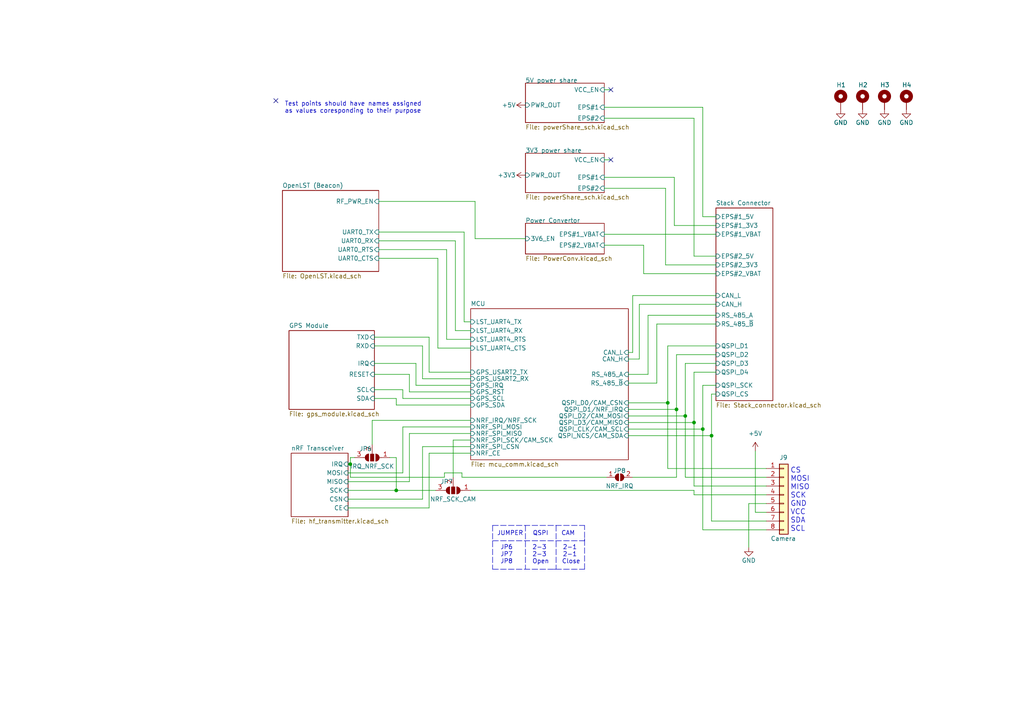
<source format=kicad_sch>
(kicad_sch (version 20211123) (generator eeschema)

  (uuid b0365847-75b4-4551-b23a-00058264c694)

  (paper "A4")

  (title_block
    (title "BUTCube - Communication Module")
    (date "2021-11-18")
    (rev "v0.2")
    (company "VUT - FIT(STRaDe) & FME(IAE & IPE)")
    (comment 1 "Author: Štěpán Rydlo")
  )

  (lib_symbols
    (symbol "Connector_Generic:Conn_01x08" (pin_names (offset 1.016) hide) (in_bom yes) (on_board yes)
      (property "Reference" "J" (id 0) (at 0 10.16 0)
        (effects (font (size 1.27 1.27)))
      )
      (property "Value" "Conn_01x08" (id 1) (at 0 -12.7 0)
        (effects (font (size 1.27 1.27)))
      )
      (property "Footprint" "" (id 2) (at 0 0 0)
        (effects (font (size 1.27 1.27)) hide)
      )
      (property "Datasheet" "~" (id 3) (at 0 0 0)
        (effects (font (size 1.27 1.27)) hide)
      )
      (property "ki_keywords" "connector" (id 4) (at 0 0 0)
        (effects (font (size 1.27 1.27)) hide)
      )
      (property "ki_description" "Generic connector, single row, 01x08, script generated (kicad-library-utils/schlib/autogen/connector/)" (id 5) (at 0 0 0)
        (effects (font (size 1.27 1.27)) hide)
      )
      (property "ki_fp_filters" "Connector*:*_1x??_*" (id 6) (at 0 0 0)
        (effects (font (size 1.27 1.27)) hide)
      )
      (symbol "Conn_01x08_1_1"
        (rectangle (start -1.27 -10.033) (end 0 -10.287)
          (stroke (width 0.1524) (type default) (color 0 0 0 0))
          (fill (type none))
        )
        (rectangle (start -1.27 -7.493) (end 0 -7.747)
          (stroke (width 0.1524) (type default) (color 0 0 0 0))
          (fill (type none))
        )
        (rectangle (start -1.27 -4.953) (end 0 -5.207)
          (stroke (width 0.1524) (type default) (color 0 0 0 0))
          (fill (type none))
        )
        (rectangle (start -1.27 -2.413) (end 0 -2.667)
          (stroke (width 0.1524) (type default) (color 0 0 0 0))
          (fill (type none))
        )
        (rectangle (start -1.27 0.127) (end 0 -0.127)
          (stroke (width 0.1524) (type default) (color 0 0 0 0))
          (fill (type none))
        )
        (rectangle (start -1.27 2.667) (end 0 2.413)
          (stroke (width 0.1524) (type default) (color 0 0 0 0))
          (fill (type none))
        )
        (rectangle (start -1.27 5.207) (end 0 4.953)
          (stroke (width 0.1524) (type default) (color 0 0 0 0))
          (fill (type none))
        )
        (rectangle (start -1.27 7.747) (end 0 7.493)
          (stroke (width 0.1524) (type default) (color 0 0 0 0))
          (fill (type none))
        )
        (rectangle (start -1.27 8.89) (end 1.27 -11.43)
          (stroke (width 0.254) (type default) (color 0 0 0 0))
          (fill (type background))
        )
        (pin passive line (at -5.08 7.62 0) (length 3.81)
          (name "Pin_1" (effects (font (size 1.27 1.27))))
          (number "1" (effects (font (size 1.27 1.27))))
        )
        (pin passive line (at -5.08 5.08 0) (length 3.81)
          (name "Pin_2" (effects (font (size 1.27 1.27))))
          (number "2" (effects (font (size 1.27 1.27))))
        )
        (pin passive line (at -5.08 2.54 0) (length 3.81)
          (name "Pin_3" (effects (font (size 1.27 1.27))))
          (number "3" (effects (font (size 1.27 1.27))))
        )
        (pin passive line (at -5.08 0 0) (length 3.81)
          (name "Pin_4" (effects (font (size 1.27 1.27))))
          (number "4" (effects (font (size 1.27 1.27))))
        )
        (pin passive line (at -5.08 -2.54 0) (length 3.81)
          (name "Pin_5" (effects (font (size 1.27 1.27))))
          (number "5" (effects (font (size 1.27 1.27))))
        )
        (pin passive line (at -5.08 -5.08 0) (length 3.81)
          (name "Pin_6" (effects (font (size 1.27 1.27))))
          (number "6" (effects (font (size 1.27 1.27))))
        )
        (pin passive line (at -5.08 -7.62 0) (length 3.81)
          (name "Pin_7" (effects (font (size 1.27 1.27))))
          (number "7" (effects (font (size 1.27 1.27))))
        )
        (pin passive line (at -5.08 -10.16 0) (length 3.81)
          (name "Pin_8" (effects (font (size 1.27 1.27))))
          (number "8" (effects (font (size 1.27 1.27))))
        )
      )
    )
    (symbol "Jumper:SolderJumper_2_Open" (pin_names (offset 0) hide) (in_bom yes) (on_board yes)
      (property "Reference" "JP" (id 0) (at 0 2.032 0)
        (effects (font (size 1.27 1.27)))
      )
      (property "Value" "SolderJumper_2_Open" (id 1) (at 0 -2.54 0)
        (effects (font (size 1.27 1.27)))
      )
      (property "Footprint" "" (id 2) (at 0 0 0)
        (effects (font (size 1.27 1.27)) hide)
      )
      (property "Datasheet" "~" (id 3) (at 0 0 0)
        (effects (font (size 1.27 1.27)) hide)
      )
      (property "ki_keywords" "solder jumper SPST" (id 4) (at 0 0 0)
        (effects (font (size 1.27 1.27)) hide)
      )
      (property "ki_description" "Solder Jumper, 2-pole, open" (id 5) (at 0 0 0)
        (effects (font (size 1.27 1.27)) hide)
      )
      (property "ki_fp_filters" "SolderJumper*Open*" (id 6) (at 0 0 0)
        (effects (font (size 1.27 1.27)) hide)
      )
      (symbol "SolderJumper_2_Open_0_1"
        (arc (start -0.254 1.016) (mid -1.27 0) (end -0.254 -1.016)
          (stroke (width 0) (type default) (color 0 0 0 0))
          (fill (type none))
        )
        (arc (start -0.254 1.016) (mid -1.27 0) (end -0.254 -1.016)
          (stroke (width 0) (type default) (color 0 0 0 0))
          (fill (type outline))
        )
        (polyline
          (pts
            (xy -0.254 1.016)
            (xy -0.254 -1.016)
          )
          (stroke (width 0) (type default) (color 0 0 0 0))
          (fill (type none))
        )
        (polyline
          (pts
            (xy 0.254 1.016)
            (xy 0.254 -1.016)
          )
          (stroke (width 0) (type default) (color 0 0 0 0))
          (fill (type none))
        )
        (arc (start 0.254 -1.016) (mid 1.27 0) (end 0.254 1.016)
          (stroke (width 0) (type default) (color 0 0 0 0))
          (fill (type none))
        )
        (arc (start 0.254 -1.016) (mid 1.27 0) (end 0.254 1.016)
          (stroke (width 0) (type default) (color 0 0 0 0))
          (fill (type outline))
        )
      )
      (symbol "SolderJumper_2_Open_1_1"
        (pin passive line (at -3.81 0 0) (length 2.54)
          (name "A" (effects (font (size 1.27 1.27))))
          (number "1" (effects (font (size 1.27 1.27))))
        )
        (pin passive line (at 3.81 0 180) (length 2.54)
          (name "B" (effects (font (size 1.27 1.27))))
          (number "2" (effects (font (size 1.27 1.27))))
        )
      )
    )
    (symbol "Jumper:SolderJumper_3_Open" (pin_names (offset 0) hide) (in_bom yes) (on_board yes)
      (property "Reference" "JP" (id 0) (at -2.54 -2.54 0)
        (effects (font (size 1.27 1.27)))
      )
      (property "Value" "SolderJumper_3_Open" (id 1) (at 0 2.794 0)
        (effects (font (size 1.27 1.27)))
      )
      (property "Footprint" "" (id 2) (at 0 0 0)
        (effects (font (size 1.27 1.27)) hide)
      )
      (property "Datasheet" "~" (id 3) (at 0 0 0)
        (effects (font (size 1.27 1.27)) hide)
      )
      (property "ki_keywords" "Solder Jumper SPDT" (id 4) (at 0 0 0)
        (effects (font (size 1.27 1.27)) hide)
      )
      (property "ki_description" "Solder Jumper, 3-pole, open" (id 5) (at 0 0 0)
        (effects (font (size 1.27 1.27)) hide)
      )
      (property "ki_fp_filters" "SolderJumper*Open*" (id 6) (at 0 0 0)
        (effects (font (size 1.27 1.27)) hide)
      )
      (symbol "SolderJumper_3_Open_0_1"
        (arc (start -1.016 1.016) (mid -2.032 0) (end -1.016 -1.016)
          (stroke (width 0) (type default) (color 0 0 0 0))
          (fill (type none))
        )
        (arc (start -1.016 1.016) (mid -2.032 0) (end -1.016 -1.016)
          (stroke (width 0) (type default) (color 0 0 0 0))
          (fill (type outline))
        )
        (rectangle (start -0.508 1.016) (end 0.508 -1.016)
          (stroke (width 0) (type default) (color 0 0 0 0))
          (fill (type outline))
        )
        (polyline
          (pts
            (xy -2.54 0)
            (xy -2.032 0)
          )
          (stroke (width 0) (type default) (color 0 0 0 0))
          (fill (type none))
        )
        (polyline
          (pts
            (xy -1.016 1.016)
            (xy -1.016 -1.016)
          )
          (stroke (width 0) (type default) (color 0 0 0 0))
          (fill (type none))
        )
        (polyline
          (pts
            (xy 0 -1.27)
            (xy 0 -1.016)
          )
          (stroke (width 0) (type default) (color 0 0 0 0))
          (fill (type none))
        )
        (polyline
          (pts
            (xy 1.016 1.016)
            (xy 1.016 -1.016)
          )
          (stroke (width 0) (type default) (color 0 0 0 0))
          (fill (type none))
        )
        (polyline
          (pts
            (xy 2.54 0)
            (xy 2.032 0)
          )
          (stroke (width 0) (type default) (color 0 0 0 0))
          (fill (type none))
        )
        (arc (start 1.016 -1.016) (mid 2.032 0) (end 1.016 1.016)
          (stroke (width 0) (type default) (color 0 0 0 0))
          (fill (type none))
        )
        (arc (start 1.016 -1.016) (mid 2.032 0) (end 1.016 1.016)
          (stroke (width 0) (type default) (color 0 0 0 0))
          (fill (type outline))
        )
      )
      (symbol "SolderJumper_3_Open_1_1"
        (pin passive line (at -5.08 0 0) (length 2.54)
          (name "A" (effects (font (size 1.27 1.27))))
          (number "1" (effects (font (size 1.27 1.27))))
        )
        (pin input line (at 0 -3.81 90) (length 2.54)
          (name "C" (effects (font (size 1.27 1.27))))
          (number "2" (effects (font (size 1.27 1.27))))
        )
        (pin passive line (at 5.08 0 180) (length 2.54)
          (name "B" (effects (font (size 1.27 1.27))))
          (number "3" (effects (font (size 1.27 1.27))))
        )
      )
    )
    (symbol "Mechanical:MountingHole_Pad" (pin_numbers hide) (pin_names (offset 1.016) hide) (in_bom yes) (on_board yes)
      (property "Reference" "H" (id 0) (at 0 6.35 0)
        (effects (font (size 1.27 1.27)))
      )
      (property "Value" "MountingHole_Pad" (id 1) (at 0 4.445 0)
        (effects (font (size 1.27 1.27)))
      )
      (property "Footprint" "" (id 2) (at 0 0 0)
        (effects (font (size 1.27 1.27)) hide)
      )
      (property "Datasheet" "~" (id 3) (at 0 0 0)
        (effects (font (size 1.27 1.27)) hide)
      )
      (property "ki_keywords" "mounting hole" (id 4) (at 0 0 0)
        (effects (font (size 1.27 1.27)) hide)
      )
      (property "ki_description" "Mounting Hole with connection" (id 5) (at 0 0 0)
        (effects (font (size 1.27 1.27)) hide)
      )
      (property "ki_fp_filters" "MountingHole*Pad*" (id 6) (at 0 0 0)
        (effects (font (size 1.27 1.27)) hide)
      )
      (symbol "MountingHole_Pad_0_1"
        (circle (center 0 1.27) (radius 1.27)
          (stroke (width 1.27) (type default) (color 0 0 0 0))
          (fill (type none))
        )
      )
      (symbol "MountingHole_Pad_1_1"
        (pin input line (at 0 -2.54 90) (length 2.54)
          (name "1" (effects (font (size 1.27 1.27))))
          (number "1" (effects (font (size 1.27 1.27))))
        )
      )
    )
    (symbol "power:+3V3" (power) (pin_names (offset 0)) (in_bom yes) (on_board yes)
      (property "Reference" "#PWR" (id 0) (at 0 -3.81 0)
        (effects (font (size 1.27 1.27)) hide)
      )
      (property "Value" "+3V3" (id 1) (at 0 3.556 0)
        (effects (font (size 1.27 1.27)))
      )
      (property "Footprint" "" (id 2) (at 0 0 0)
        (effects (font (size 1.27 1.27)) hide)
      )
      (property "Datasheet" "" (id 3) (at 0 0 0)
        (effects (font (size 1.27 1.27)) hide)
      )
      (property "ki_keywords" "power-flag" (id 4) (at 0 0 0)
        (effects (font (size 1.27 1.27)) hide)
      )
      (property "ki_description" "Power symbol creates a global label with name \"+3V3\"" (id 5) (at 0 0 0)
        (effects (font (size 1.27 1.27)) hide)
      )
      (symbol "+3V3_0_1"
        (polyline
          (pts
            (xy -0.762 1.27)
            (xy 0 2.54)
          )
          (stroke (width 0) (type default) (color 0 0 0 0))
          (fill (type none))
        )
        (polyline
          (pts
            (xy 0 0)
            (xy 0 2.54)
          )
          (stroke (width 0) (type default) (color 0 0 0 0))
          (fill (type none))
        )
        (polyline
          (pts
            (xy 0 2.54)
            (xy 0.762 1.27)
          )
          (stroke (width 0) (type default) (color 0 0 0 0))
          (fill (type none))
        )
      )
      (symbol "+3V3_1_1"
        (pin power_in line (at 0 0 90) (length 0) hide
          (name "+3V3" (effects (font (size 1.27 1.27))))
          (number "1" (effects (font (size 1.27 1.27))))
        )
      )
    )
    (symbol "power:+5V" (power) (pin_names (offset 0)) (in_bom yes) (on_board yes)
      (property "Reference" "#PWR" (id 0) (at 0 -3.81 0)
        (effects (font (size 1.27 1.27)) hide)
      )
      (property "Value" "+5V" (id 1) (at 0 3.556 0)
        (effects (font (size 1.27 1.27)))
      )
      (property "Footprint" "" (id 2) (at 0 0 0)
        (effects (font (size 1.27 1.27)) hide)
      )
      (property "Datasheet" "" (id 3) (at 0 0 0)
        (effects (font (size 1.27 1.27)) hide)
      )
      (property "ki_keywords" "power-flag" (id 4) (at 0 0 0)
        (effects (font (size 1.27 1.27)) hide)
      )
      (property "ki_description" "Power symbol creates a global label with name \"+5V\"" (id 5) (at 0 0 0)
        (effects (font (size 1.27 1.27)) hide)
      )
      (symbol "+5V_0_1"
        (polyline
          (pts
            (xy -0.762 1.27)
            (xy 0 2.54)
          )
          (stroke (width 0) (type default) (color 0 0 0 0))
          (fill (type none))
        )
        (polyline
          (pts
            (xy 0 0)
            (xy 0 2.54)
          )
          (stroke (width 0) (type default) (color 0 0 0 0))
          (fill (type none))
        )
        (polyline
          (pts
            (xy 0 2.54)
            (xy 0.762 1.27)
          )
          (stroke (width 0) (type default) (color 0 0 0 0))
          (fill (type none))
        )
      )
      (symbol "+5V_1_1"
        (pin power_in line (at 0 0 90) (length 0) hide
          (name "+5V" (effects (font (size 1.27 1.27))))
          (number "1" (effects (font (size 1.27 1.27))))
        )
      )
    )
    (symbol "power:GND" (power) (pin_names (offset 0)) (in_bom yes) (on_board yes)
      (property "Reference" "#PWR" (id 0) (at 0 -6.35 0)
        (effects (font (size 1.27 1.27)) hide)
      )
      (property "Value" "GND" (id 1) (at 0 -3.81 0)
        (effects (font (size 1.27 1.27)))
      )
      (property "Footprint" "" (id 2) (at 0 0 0)
        (effects (font (size 1.27 1.27)) hide)
      )
      (property "Datasheet" "" (id 3) (at 0 0 0)
        (effects (font (size 1.27 1.27)) hide)
      )
      (property "ki_keywords" "power-flag" (id 4) (at 0 0 0)
        (effects (font (size 1.27 1.27)) hide)
      )
      (property "ki_description" "Power symbol creates a global label with name \"GND\" , ground" (id 5) (at 0 0 0)
        (effects (font (size 1.27 1.27)) hide)
      )
      (symbol "GND_0_1"
        (polyline
          (pts
            (xy 0 0)
            (xy 0 -1.27)
            (xy 1.27 -1.27)
            (xy 0 -2.54)
            (xy -1.27 -1.27)
            (xy 0 -1.27)
          )
          (stroke (width 0) (type default) (color 0 0 0 0))
          (fill (type none))
        )
      )
      (symbol "GND_1_1"
        (pin power_in line (at 0 0 270) (length 0) hide
          (name "GND" (effects (font (size 1.27 1.27))))
          (number "1" (effects (font (size 1.27 1.27))))
        )
      )
    )
  )

  (junction (at 193.675 116.84) (diameter 0) (color 0 0 0 0)
    (uuid 1b14df1f-1dee-45e7-8483-47a937f6eef0)
  )
  (junction (at 114.935 142.24) (diameter 0) (color 0 0 0 0)
    (uuid 3296f8e0-e765-4ca0-b7a1-60d9ba6b1c73)
  )
  (junction (at 206.375 126.365) (diameter 0) (color 0 0 0 0)
    (uuid 3af47021-b1cb-45cf-8aa0-24e69360f48a)
  )
  (junction (at 203.835 124.46) (diameter 0) (color 0 0 0 0)
    (uuid 53f23b23-a910-41c1-a4c3-c2a6bcebe356)
  )
  (junction (at 196.215 118.745) (diameter 0) (color 0 0 0 0)
    (uuid 59dadeb8-04af-4d4c-a1a3-64f171e6eba5)
  )
  (junction (at 198.755 120.65) (diameter 0) (color 0 0 0 0)
    (uuid a992446f-6638-4e9e-b961-d459cd39f82a)
  )
  (junction (at 101.6 134.62) (diameter 0) (color 0 0 0 0)
    (uuid dbe2e931-209e-44aa-a864-79db13de4cbe)
  )
  (junction (at 201.295 122.555) (diameter 0) (color 0 0 0 0)
    (uuid ed25a97c-c328-4894-aa9a-1baf24ac4f6f)
  )

  (no_connect (at 177.165 26.035) (uuid 7e972abc-b5e4-472d-bdf2-6b4a037b5ed8))
  (no_connect (at 177.165 46.355) (uuid e0388f35-d78d-4cd2-8090-2431e4757c80))
  (no_connect (at 80.01 29.21) (uuid e9bcfbc0-d836-4a0d-8574-c59d32b46636))

  (wire (pts (xy 118.745 125.73) (xy 118.745 139.7))
    (stroke (width 0) (type solid) (color 0 0 0 0))
    (uuid 011a88a9-9744-4fd6-b207-a0b1d1b4813c)
  )
  (wire (pts (xy 100.965 139.7) (xy 118.745 139.7))
    (stroke (width 0) (type solid) (color 0 0 0 0))
    (uuid 011a88a9-9744-4fd6-b207-a0b1d1b4813d)
  )
  (wire (pts (xy 136.525 125.73) (xy 118.745 125.73))
    (stroke (width 0) (type solid) (color 0 0 0 0))
    (uuid 011a88a9-9744-4fd6-b207-a0b1d1b4813e)
  )
  (wire (pts (xy 114.935 132.715) (xy 114.935 142.24))
    (stroke (width 0) (type default) (color 0 0 0 0))
    (uuid 03e22167-fd1f-4dff-88a9-101e7509c939)
  )
  (wire (pts (xy 108.585 115.57) (xy 114.935 115.57))
    (stroke (width 0) (type solid) (color 0 0 0 0))
    (uuid 03f3e314-0df1-47ee-9322-0bf8c1f8bb77)
  )
  (wire (pts (xy 114.935 115.57) (xy 114.935 117.475))
    (stroke (width 0) (type solid) (color 0 0 0 0))
    (uuid 03f3e314-0df1-47ee-9322-0bf8c1f8bb78)
  )
  (wire (pts (xy 114.935 117.475) (xy 136.525 117.475))
    (stroke (width 0) (type solid) (color 0 0 0 0))
    (uuid 03f3e314-0df1-47ee-9322-0bf8c1f8bb79)
  )
  (wire (pts (xy 203.835 153.67) (xy 203.835 124.46))
    (stroke (width 0) (type default) (color 0 0 0 0))
    (uuid 04000ff4-df43-4291-b2e4-239850f5789b)
  )
  (wire (pts (xy 222.25 140.97) (xy 201.295 140.97))
    (stroke (width 0) (type default) (color 0 0 0 0))
    (uuid 0506e506-c209-4515-b4e9-fb61b6ac504e)
  )
  (polyline (pts (xy 152.4 152.4) (xy 152.4 165.1))
    (stroke (width 0) (type default) (color 0 0 0 0))
    (uuid 082ecb16-bdc7-404f-9607-610400050981)
  )

  (wire (pts (xy 109.855 58.42) (xy 137.795 58.42))
    (stroke (width 0) (type solid) (color 0 0 0 0))
    (uuid 119e5295-a85a-4431-93d3-910b4d5d9b25)
  )
  (wire (pts (xy 137.795 69.215) (xy 137.795 58.42))
    (stroke (width 0) (type solid) (color 0 0 0 0))
    (uuid 119e5295-a85a-4431-93d3-910b4d5d9b26)
  )
  (wire (pts (xy 152.4 69.215) (xy 137.795 69.215))
    (stroke (width 0) (type solid) (color 0 0 0 0))
    (uuid 119e5295-a85a-4431-93d3-910b4d5d9b27)
  )
  (wire (pts (xy 183.515 85.725) (xy 183.515 102.235))
    (stroke (width 0) (type default) (color 0 0 0 0))
    (uuid 19ca5c30-51d7-407f-8f6b-5abda8df4b96)
  )
  (wire (pts (xy 107.95 128.905) (xy 107.95 121.92))
    (stroke (width 0) (type default) (color 0 0 0 0))
    (uuid 1c32cc59-2d1e-4375-b864-7d35a5ef0149)
  )
  (wire (pts (xy 207.645 114.3) (xy 206.375 114.3))
    (stroke (width 0) (type solid) (color 0 0 0 0))
    (uuid 1e51b69e-e95b-4803-8634-846cfedd19f2)
  )
  (wire (pts (xy 124.46 97.79) (xy 108.585 97.79))
    (stroke (width 0) (type solid) (color 0 0 0 0))
    (uuid 24ff1e70-fa93-4e3d-bc6c-90bd75dd4dbd)
  )
  (wire (pts (xy 124.46 107.95) (xy 124.46 97.79))
    (stroke (width 0) (type solid) (color 0 0 0 0))
    (uuid 24ff1e70-fa93-4e3d-bc6c-90bd75dd4dbe)
  )
  (wire (pts (xy 136.525 107.95) (xy 124.46 107.95))
    (stroke (width 0) (type solid) (color 0 0 0 0))
    (uuid 24ff1e70-fa93-4e3d-bc6c-90bd75dd4dbf)
  )
  (wire (pts (xy 201.295 142.24) (xy 201.295 143.51))
    (stroke (width 0) (type default) (color 0 0 0 0))
    (uuid 268a2ade-9096-42da-83d7-170ddc144d37)
  )
  (wire (pts (xy 116.84 113.03) (xy 108.585 113.03))
    (stroke (width 0) (type solid) (color 0 0 0 0))
    (uuid 27196cbf-5d81-46de-9c34-31e8240d1e25)
  )
  (wire (pts (xy 116.84 115.57) (xy 116.84 113.03))
    (stroke (width 0) (type solid) (color 0 0 0 0))
    (uuid 27196cbf-5d81-46de-9c34-31e8240d1e26)
  )
  (wire (pts (xy 136.525 115.57) (xy 116.84 115.57))
    (stroke (width 0) (type solid) (color 0 0 0 0))
    (uuid 27196cbf-5d81-46de-9c34-31e8240d1e27)
  )
  (wire (pts (xy 109.855 69.85) (xy 132.08 69.85))
    (stroke (width 0) (type solid) (color 0 0 0 0))
    (uuid 27fefa93-155a-45a7-ba25-f32e809ec969)
  )
  (wire (pts (xy 132.08 69.85) (xy 132.08 95.885))
    (stroke (width 0) (type solid) (color 0 0 0 0))
    (uuid 27fefa93-155a-45a7-ba25-f32e809ec96a)
  )
  (wire (pts (xy 132.08 95.885) (xy 136.525 95.885))
    (stroke (width 0) (type solid) (color 0 0 0 0))
    (uuid 27fefa93-155a-45a7-ba25-f32e809ec96b)
  )
  (wire (pts (xy 222.25 148.59) (xy 219.075 148.59))
    (stroke (width 0) (type default) (color 0 0 0 0))
    (uuid 2b5ea786-4a00-46f4-ada7-c862c5013568)
  )
  (wire (pts (xy 109.855 74.93) (xy 127 74.93))
    (stroke (width 0) (type solid) (color 0 0 0 0))
    (uuid 2c4e0d6b-b9fe-43a8-bf65-f8acd4ba16f1)
  )
  (wire (pts (xy 127 74.93) (xy 127 100.965))
    (stroke (width 0) (type solid) (color 0 0 0 0))
    (uuid 2c4e0d6b-b9fe-43a8-bf65-f8acd4ba16f2)
  )
  (wire (pts (xy 127 100.965) (xy 136.525 100.965))
    (stroke (width 0) (type solid) (color 0 0 0 0))
    (uuid 2c4e0d6b-b9fe-43a8-bf65-f8acd4ba16f3)
  )
  (wire (pts (xy 201.295 140.97) (xy 201.295 122.555))
    (stroke (width 0) (type default) (color 0 0 0 0))
    (uuid 2e1e56b9-9a36-4c85-a92b-572b41868662)
  )
  (wire (pts (xy 182.245 118.745) (xy 196.215 118.745))
    (stroke (width 0) (type default) (color 0 0 0 0))
    (uuid 3153e937-42d1-48f4-aa7b-ab5a09b52018)
  )
  (wire (pts (xy 203.835 111.76) (xy 207.645 111.76))
    (stroke (width 0) (type solid) (color 0 0 0 0))
    (uuid 3229c0a7-4e4a-4894-9bab-8ba21756b086)
  )
  (wire (pts (xy 203.835 124.46) (xy 203.835 111.76))
    (stroke (width 0) (type solid) (color 0 0 0 0))
    (uuid 3229c0a7-4e4a-4894-9bab-8ba21756b087)
  )
  (wire (pts (xy 201.295 143.51) (xy 222.25 143.51))
    (stroke (width 0) (type default) (color 0 0 0 0))
    (uuid 32a42ffc-8bef-4a11-8c72-db773df007e9)
  )
  (polyline (pts (xy 161.29 152.4) (xy 161.29 165.1))
    (stroke (width 0) (type default) (color 0 0 0 0))
    (uuid 3a0c2da1-1591-4743-9b15-278e8de2a7f4)
  )

  (wire (pts (xy 183.515 138.43) (xy 196.215 138.43))
    (stroke (width 0) (type default) (color 0 0 0 0))
    (uuid 3a51314d-fe0f-4cdf-b552-c8e4f01eac1a)
  )
  (wire (pts (xy 190.5 93.98) (xy 207.645 93.98))
    (stroke (width 0) (type solid) (color 0 0 0 0))
    (uuid 3bfdb1ac-54e7-4a65-a7ad-02d4f6f9ce72)
  )
  (wire (pts (xy 190.5 111.125) (xy 190.5 93.98))
    (stroke (width 0) (type solid) (color 0 0 0 0))
    (uuid 3bfdb1ac-54e7-4a65-a7ad-02d4f6f9ce73)
  )
  (wire (pts (xy 222.25 138.43) (xy 198.755 138.43))
    (stroke (width 0) (type default) (color 0 0 0 0))
    (uuid 3c64c0c2-040c-4144-96d2-cbd22fa23a80)
  )
  (wire (pts (xy 196.215 138.43) (xy 196.215 118.745))
    (stroke (width 0) (type default) (color 0 0 0 0))
    (uuid 3db52410-7770-424f-8eda-2bf36d056246)
  )
  (wire (pts (xy 100.965 142.24) (xy 114.935 142.24))
    (stroke (width 0) (type default) (color 0 0 0 0))
    (uuid 3f0f093b-03b5-4230-93a8-b9a565bdb7c9)
  )
  (polyline (pts (xy 142.875 152.4) (xy 169.545 152.4))
    (stroke (width 0) (type default) (color 0 0 0 0))
    (uuid 44c799bf-4503-4aa1-bf13-50dec4a34d00)
  )

  (wire (pts (xy 101.6 134.62) (xy 101.6 138.43))
    (stroke (width 0) (type default) (color 0 0 0 0))
    (uuid 4ec42d65-1e7c-4bbf-9e31-f85b3724afac)
  )
  (wire (pts (xy 201.295 34.29) (xy 175.26 34.29))
    (stroke (width 0) (type solid) (color 0 0 0 0))
    (uuid 523d2adc-9f89-479e-9438-442927bda6e3)
  )
  (wire (pts (xy 201.295 74.295) (xy 201.295 34.29))
    (stroke (width 0) (type solid) (color 0 0 0 0))
    (uuid 523d2adc-9f89-479e-9438-442927bda6e4)
  )
  (wire (pts (xy 175.26 67.945) (xy 207.645 67.945))
    (stroke (width 0) (type solid) (color 0 0 0 0))
    (uuid 596b2192-9feb-4e0d-8b3d-9cb36b6dd61f)
  )
  (wire (pts (xy 222.25 146.05) (xy 217.17 146.05))
    (stroke (width 0) (type default) (color 0 0 0 0))
    (uuid 5d4a3872-21a9-4bba-ac39-c1ebb44249e1)
  )
  (wire (pts (xy 122.555 129.54) (xy 122.555 144.78))
    (stroke (width 0) (type solid) (color 0 0 0 0))
    (uuid 5e7d2214-c754-498d-9d8e-753be2785ad3)
  )
  (wire (pts (xy 100.965 144.78) (xy 122.555 144.78))
    (stroke (width 0) (type solid) (color 0 0 0 0))
    (uuid 5e7d2214-c754-498d-9d8e-753be2785ad4)
  )
  (wire (pts (xy 136.525 129.54) (xy 122.555 129.54))
    (stroke (width 0) (type solid) (color 0 0 0 0))
    (uuid 5e7d2214-c754-498d-9d8e-753be2785ad5)
  )
  (wire (pts (xy 108.585 100.33) (xy 122.555 100.33))
    (stroke (width 0) (type solid) (color 0 0 0 0))
    (uuid 604a2be0-2ac6-4bac-8404-91b1a61925d0)
  )
  (wire (pts (xy 122.555 100.33) (xy 122.555 109.855))
    (stroke (width 0) (type solid) (color 0 0 0 0))
    (uuid 604a2be0-2ac6-4bac-8404-91b1a61925d1)
  )
  (wire (pts (xy 122.555 109.855) (xy 136.525 109.855))
    (stroke (width 0) (type solid) (color 0 0 0 0))
    (uuid 604a2be0-2ac6-4bac-8404-91b1a61925d2)
  )
  (wire (pts (xy 193.04 54.61) (xy 175.26 54.61))
    (stroke (width 0) (type solid) (color 0 0 0 0))
    (uuid 620f3ec6-899c-4c8c-a5c5-20605c7f0f44)
  )
  (wire (pts (xy 193.04 76.835) (xy 193.04 54.61))
    (stroke (width 0) (type solid) (color 0 0 0 0))
    (uuid 620f3ec6-899c-4c8c-a5c5-20605c7f0f45)
  )
  (wire (pts (xy 207.645 76.835) (xy 193.04 76.835))
    (stroke (width 0) (type solid) (color 0 0 0 0))
    (uuid 620f3ec6-899c-4c8c-a5c5-20605c7f0f46)
  )
  (wire (pts (xy 206.375 114.3) (xy 206.375 126.365))
    (stroke (width 0) (type solid) (color 0 0 0 0))
    (uuid 626db29b-b8f5-4340-8f5a-56eb4fa25e4b)
  )
  (wire (pts (xy 182.245 124.46) (xy 203.835 124.46))
    (stroke (width 0) (type default) (color 0 0 0 0))
    (uuid 6607fa26-864b-4717-a706-f3bea0d53a16)
  )
  (wire (pts (xy 201.295 107.95) (xy 201.295 122.555))
    (stroke (width 0) (type solid) (color 0 0 0 0))
    (uuid 6f0729de-8866-47bf-bd4d-747c49d46fb7)
  )
  (wire (pts (xy 182.245 120.65) (xy 198.755 120.65))
    (stroke (width 0) (type default) (color 0 0 0 0))
    (uuid 7160ab2c-a11b-4dfe-bd18-0873d5ebe8ea)
  )
  (wire (pts (xy 120.65 105.41) (xy 108.585 105.41))
    (stroke (width 0) (type solid) (color 0 0 0 0))
    (uuid 729ad21a-4893-4e4a-b8e6-c312fabafa49)
  )
  (wire (pts (xy 120.65 111.76) (xy 120.65 105.41))
    (stroke (width 0) (type solid) (color 0 0 0 0))
    (uuid 729ad21a-4893-4e4a-b8e6-c312fabafa4a)
  )
  (wire (pts (xy 136.525 111.76) (xy 120.65 111.76))
    (stroke (width 0) (type solid) (color 0 0 0 0))
    (uuid 729ad21a-4893-4e4a-b8e6-c312fabafa4b)
  )
  (wire (pts (xy 108.585 108.585) (xy 118.745 108.585))
    (stroke (width 0) (type solid) (color 0 0 0 0))
    (uuid 773b6ee7-5ff4-4dbf-a8da-ef686944ecb8)
  )
  (wire (pts (xy 118.745 108.585) (xy 118.745 113.665))
    (stroke (width 0) (type solid) (color 0 0 0 0))
    (uuid 773b6ee7-5ff4-4dbf-a8da-ef686944ecb9)
  )
  (wire (pts (xy 118.745 113.665) (xy 136.525 113.665))
    (stroke (width 0) (type solid) (color 0 0 0 0))
    (uuid 773b6ee7-5ff4-4dbf-a8da-ef686944ecba)
  )
  (wire (pts (xy 113.03 132.715) (xy 114.935 132.715))
    (stroke (width 0) (type default) (color 0 0 0 0))
    (uuid 7aefe1f7-f71e-4426-8981-aa6e60f692e0)
  )
  (wire (pts (xy 186.69 71.12) (xy 175.26 71.12))
    (stroke (width 0) (type solid) (color 0 0 0 0))
    (uuid 7b501068-0c00-4ddb-a558-76010e38bc7b)
  )
  (wire (pts (xy 186.69 79.375) (xy 186.69 71.12))
    (stroke (width 0) (type solid) (color 0 0 0 0))
    (uuid 7b501068-0c00-4ddb-a558-76010e38bc7c)
  )
  (wire (pts (xy 207.645 79.375) (xy 186.69 79.375))
    (stroke (width 0) (type solid) (color 0 0 0 0))
    (uuid 7b501068-0c00-4ddb-a558-76010e38bc7d)
  )
  (wire (pts (xy 114.935 142.24) (xy 126.365 142.24))
    (stroke (width 0) (type default) (color 0 0 0 0))
    (uuid 7b83276f-f462-4514-95ff-1223c1639903)
  )
  (wire (pts (xy 206.375 151.13) (xy 206.375 126.365))
    (stroke (width 0) (type default) (color 0 0 0 0))
    (uuid 7df4623a-d2bb-431a-a15b-31535c22b69e)
  )
  (wire (pts (xy 185.42 88.265) (xy 207.645 88.265))
    (stroke (width 0) (type solid) (color 0 0 0 0))
    (uuid 7f1e3549-75cf-4150-b904-bf03cd89dafc)
  )
  (wire (pts (xy 185.42 104.14) (xy 185.42 88.265))
    (stroke (width 0) (type solid) (color 0 0 0 0))
    (uuid 7f1e3549-75cf-4150-b904-bf03cd89dafd)
  )
  (wire (pts (xy 182.245 108.585) (xy 187.96 108.585))
    (stroke (width 0) (type default) (color 0 0 0 0))
    (uuid 7f7b9f75-540d-42c0-bb4c-31a32d065abb)
  )
  (wire (pts (xy 182.245 116.84) (xy 193.675 116.84))
    (stroke (width 0) (type default) (color 0 0 0 0))
    (uuid 8680339f-bb5d-417a-ac35-e5da4a9ef53c)
  )
  (polyline (pts (xy 169.545 156.845) (xy 169.545 156.21))
    (stroke (width 0) (type default) (color 0 0 0 0))
    (uuid 8e826973-d3e6-464e-9abd-8779fff78ab9)
  )

  (wire (pts (xy 136.525 142.24) (xy 201.295 142.24))
    (stroke (width 0) (type default) (color 0 0 0 0))
    (uuid 8ee69475-a1a2-4f8b-8091-d50986157796)
  )
  (wire (pts (xy 187.96 91.44) (xy 207.645 91.44))
    (stroke (width 0) (type solid) (color 0 0 0 0))
    (uuid 9300f528-e2fb-4fa4-9f23-b694fa418e2d)
  )
  (wire (pts (xy 187.96 108.585) (xy 187.96 91.44))
    (stroke (width 0) (type solid) (color 0 0 0 0))
    (uuid 9300f528-e2fb-4fa4-9f23-b694fa418e2e)
  )
  (polyline (pts (xy 142.875 156.845) (xy 169.545 156.845))
    (stroke (width 0) (type default) (color 0 0 0 0))
    (uuid 966ae757-124f-4812-ab1f-2068389d5a22)
  )

  (wire (pts (xy 128.905 138.43) (xy 128.905 137.16))
    (stroke (width 0) (type default) (color 0 0 0 0))
    (uuid 9800b641-515a-4fad-b55e-ac6f76e1c1b9)
  )
  (wire (pts (xy 133.985 137.16) (xy 133.985 138.43))
    (stroke (width 0) (type default) (color 0 0 0 0))
    (uuid 987e22bd-15f6-4d4b-b10f-a6cc71eee156)
  )
  (wire (pts (xy 131.445 127.635) (xy 131.445 138.43))
    (stroke (width 0) (type default) (color 0 0 0 0))
    (uuid 98ffc794-92bd-4b26-b0ce-3cad9812b403)
  )
  (polyline (pts (xy 142.875 165.1) (xy 169.545 165.1))
    (stroke (width 0) (type default) (color 0 0 0 0))
    (uuid 9a021df4-7ae3-4388-b9c7-729ba4da4760)
  )

  (wire (pts (xy 222.25 135.89) (xy 193.675 135.89))
    (stroke (width 0) (type default) (color 0 0 0 0))
    (uuid 9b482305-976f-457f-8de7-98339d395323)
  )
  (wire (pts (xy 217.17 146.05) (xy 217.17 158.75))
    (stroke (width 0) (type default) (color 0 0 0 0))
    (uuid 9ceff1d0-d085-4d91-8214-27915983b2bb)
  )
  (polyline (pts (xy 169.545 165.1) (xy 169.545 152.4))
    (stroke (width 0) (type default) (color 0 0 0 0))
    (uuid a8443059-c0aa-47df-ae19-b64742bffeb1)
  )

  (wire (pts (xy 177.165 26.035) (xy 175.26 26.035))
    (stroke (width 0) (type solid) (color 0 0 0 0))
    (uuid a84e3f86-a6be-46ba-b435-83fe9ebfbe14)
  )
  (polyline (pts (xy 161.29 165.1) (xy 160.655 165.1))
    (stroke (width 0) (type default) (color 0 0 0 0))
    (uuid abc74907-d66f-47e6-9559-d8ed824d3f76)
  )

  (wire (pts (xy 131.445 127.635) (xy 136.525 127.635))
    (stroke (width 0) (type default) (color 0 0 0 0))
    (uuid ac677f01-af64-41d7-b6fa-28593b218a9f)
  )
  (wire (pts (xy 177.165 46.355) (xy 175.26 46.355))
    (stroke (width 0) (type solid) (color 0 0 0 0))
    (uuid ad7c2512-9a9a-4635-9511-22bf0c56aa36)
  )
  (wire (pts (xy 182.245 122.555) (xy 201.295 122.555))
    (stroke (width 0) (type default) (color 0 0 0 0))
    (uuid b1cd133d-0d2c-4797-aa77-d786bb1f07ee)
  )
  (wire (pts (xy 102.87 132.715) (xy 101.6 132.715))
    (stroke (width 0) (type default) (color 0 0 0 0))
    (uuid b2f8f44a-ceaf-4dc1-bf62-3459e9cc3fa8)
  )
  (wire (pts (xy 182.245 126.365) (xy 206.375 126.365))
    (stroke (width 0) (type default) (color 0 0 0 0))
    (uuid b49308a3-e4b7-44ef-9568-7c07e7ae3b7a)
  )
  (wire (pts (xy 219.075 130.81) (xy 219.075 148.59))
    (stroke (width 0) (type default) (color 0 0 0 0))
    (uuid b5d4c71d-b741-4102-b3c3-01709a5ec798)
  )
  (wire (pts (xy 101.6 132.715) (xy 101.6 134.62))
    (stroke (width 0) (type default) (color 0 0 0 0))
    (uuid b9996755-28d7-48f6-a931-5a0863a57fea)
  )
  (wire (pts (xy 198.755 138.43) (xy 198.755 120.65))
    (stroke (width 0) (type default) (color 0 0 0 0))
    (uuid be111763-f66b-4faa-827e-a8b85ec05962)
  )
  (wire (pts (xy 128.905 137.16) (xy 133.985 137.16))
    (stroke (width 0) (type default) (color 0 0 0 0))
    (uuid bf24842b-d4a2-491d-ab79-9809f983b1d2)
  )
  (wire (pts (xy 196.215 102.87) (xy 196.215 118.745))
    (stroke (width 0) (type solid) (color 0 0 0 0))
    (uuid c0d704ee-7d4c-4ec6-ad40-0c8f0c4822d0)
  )
  (wire (pts (xy 129.54 72.39) (xy 109.855 72.39))
    (stroke (width 0) (type solid) (color 0 0 0 0))
    (uuid c387e3d0-716f-41bc-b8af-31cacb425d6b)
  )
  (wire (pts (xy 129.54 98.425) (xy 129.54 72.39))
    (stroke (width 0) (type solid) (color 0 0 0 0))
    (uuid c387e3d0-716f-41bc-b8af-31cacb425d6c)
  )
  (wire (pts (xy 136.525 98.425) (xy 129.54 98.425))
    (stroke (width 0) (type solid) (color 0 0 0 0))
    (uuid c387e3d0-716f-41bc-b8af-31cacb425d6d)
  )
  (polyline (pts (xy 142.875 152.4) (xy 142.875 165.1))
    (stroke (width 0) (type default) (color 0 0 0 0))
    (uuid c76ff643-6fac-47d2-99c1-238d9247961c)
  )

  (wire (pts (xy 203.835 62.865) (xy 207.645 62.865))
    (stroke (width 0) (type solid) (color 0 0 0 0))
    (uuid cbb34dc9-415e-4b82-b195-eaf9cab80c9c)
  )
  (wire (pts (xy 116.84 123.825) (xy 116.84 137.16))
    (stroke (width 0) (type solid) (color 0 0 0 0))
    (uuid ce79c2a4-e3da-476c-b1f0-932a2b5ffd56)
  )
  (wire (pts (xy 100.965 137.16) (xy 116.84 137.16))
    (stroke (width 0) (type solid) (color 0 0 0 0))
    (uuid ce79c2a4-e3da-476c-b1f0-932a2b5ffd57)
  )
  (wire (pts (xy 136.525 123.825) (xy 116.84 123.825))
    (stroke (width 0) (type solid) (color 0 0 0 0))
    (uuid ce79c2a4-e3da-476c-b1f0-932a2b5ffd58)
  )
  (wire (pts (xy 222.25 153.67) (xy 203.835 153.67))
    (stroke (width 0) (type default) (color 0 0 0 0))
    (uuid cfb584c7-2dfe-4051-ac82-daebd36feb4f)
  )
  (wire (pts (xy 193.675 135.89) (xy 193.675 116.84))
    (stroke (width 0) (type default) (color 0 0 0 0))
    (uuid d47678df-3140-4dd5-a997-f54b1f9553ae)
  )
  (wire (pts (xy 182.245 102.235) (xy 183.515 102.235))
    (stroke (width 0) (type default) (color 0 0 0 0))
    (uuid dd9ab887-e874-4882-89da-07a6c20efd79)
  )
  (wire (pts (xy 195.58 51.435) (xy 175.26 51.435))
    (stroke (width 0) (type solid) (color 0 0 0 0))
    (uuid de0cce16-7ffe-48d0-a744-be2528b24064)
  )
  (wire (pts (xy 195.58 65.405) (xy 195.58 51.435))
    (stroke (width 0) (type solid) (color 0 0 0 0))
    (uuid de0cce16-7ffe-48d0-a744-be2528b24065)
  )
  (wire (pts (xy 207.645 65.405) (xy 195.58 65.405))
    (stroke (width 0) (type solid) (color 0 0 0 0))
    (uuid de0cce16-7ffe-48d0-a744-be2528b24066)
  )
  (wire (pts (xy 207.645 102.87) (xy 196.215 102.87))
    (stroke (width 0) (type solid) (color 0 0 0 0))
    (uuid e0481b58-2b73-4702-a5cb-5f04f5773190)
  )
  (wire (pts (xy 207.645 107.95) (xy 201.295 107.95))
    (stroke (width 0) (type solid) (color 0 0 0 0))
    (uuid e0aef600-a5d5-4558-86a6-916223e9d43a)
  )
  (wire (pts (xy 100.965 134.62) (xy 101.6 134.62))
    (stroke (width 0) (type default) (color 0 0 0 0))
    (uuid e417ce78-eb2b-4973-ac18-72890bc68cdc)
  )
  (wire (pts (xy 101.6 138.43) (xy 128.905 138.43))
    (stroke (width 0) (type default) (color 0 0 0 0))
    (uuid e4f15793-e532-4af1-b468-459311aae3cd)
  )
  (wire (pts (xy 193.675 100.33) (xy 207.645 100.33))
    (stroke (width 0) (type solid) (color 0 0 0 0))
    (uuid e758f2be-8b19-41d0-94eb-cd21598edccc)
  )
  (wire (pts (xy 193.675 116.84) (xy 193.675 100.33))
    (stroke (width 0) (type solid) (color 0 0 0 0))
    (uuid e758f2be-8b19-41d0-94eb-cd21598edccd)
  )
  (wire (pts (xy 203.835 31.115) (xy 175.26 31.115))
    (stroke (width 0) (type solid) (color 0 0 0 0))
    (uuid e91768f6-08d5-4908-bd21-c231a3135528)
  )
  (wire (pts (xy 203.835 62.865) (xy 203.835 31.115))
    (stroke (width 0) (type solid) (color 0 0 0 0))
    (uuid e91768f6-08d5-4908-bd21-c231a3135529)
  )
  (wire (pts (xy 124.46 131.445) (xy 124.46 147.32))
    (stroke (width 0) (type solid) (color 0 0 0 0))
    (uuid ecadd32c-a6ff-4607-bcf4-bb0ee939f3f6)
  )
  (wire (pts (xy 100.965 147.32) (xy 124.46 147.32))
    (stroke (width 0) (type solid) (color 0 0 0 0))
    (uuid ecadd32c-a6ff-4607-bcf4-bb0ee939f3f7)
  )
  (wire (pts (xy 136.525 131.445) (xy 124.46 131.445))
    (stroke (width 0) (type solid) (color 0 0 0 0))
    (uuid ecadd32c-a6ff-4607-bcf4-bb0ee939f3f8)
  )
  (wire (pts (xy 201.295 74.295) (xy 207.645 74.295))
    (stroke (width 0) (type solid) (color 0 0 0 0))
    (uuid edd5ca1a-ab30-4313-9ddd-b7069f03afe0)
  )
  (wire (pts (xy 107.95 121.92) (xy 136.525 121.92))
    (stroke (width 0) (type solid) (color 0 0 0 0))
    (uuid ee711157-13c8-4ff8-9153-9c648016adcd)
  )
  (wire (pts (xy 133.985 138.43) (xy 175.895 138.43))
    (stroke (width 0) (type default) (color 0 0 0 0))
    (uuid efd03fe4-704a-4f15-8322-bb97f03fa5f1)
  )
  (wire (pts (xy 134.62 67.31) (xy 109.855 67.31))
    (stroke (width 0) (type solid) (color 0 0 0 0))
    (uuid f140d70a-40de-49b5-a8b8-ebd9531379b0)
  )
  (wire (pts (xy 134.62 93.345) (xy 134.62 67.31))
    (stroke (width 0) (type solid) (color 0 0 0 0))
    (uuid f140d70a-40de-49b5-a8b8-ebd9531379b1)
  )
  (wire (pts (xy 136.525 93.345) (xy 134.62 93.345))
    (stroke (width 0) (type solid) (color 0 0 0 0))
    (uuid f140d70a-40de-49b5-a8b8-ebd9531379b2)
  )
  (wire (pts (xy 198.755 105.41) (xy 207.645 105.41))
    (stroke (width 0) (type solid) (color 0 0 0 0))
    (uuid f2c36559-94b2-45b4-ae0e-27748f7dff8e)
  )
  (wire (pts (xy 198.755 120.65) (xy 198.755 105.41))
    (stroke (width 0) (type solid) (color 0 0 0 0))
    (uuid f2c36559-94b2-45b4-ae0e-27748f7dff8f)
  )
  (wire (pts (xy 222.25 151.13) (xy 206.375 151.13))
    (stroke (width 0) (type default) (color 0 0 0 0))
    (uuid f50e9ac5-e061-457b-9cfe-8d18fd2fd100)
  )
  (wire (pts (xy 182.245 111.125) (xy 190.5 111.125))
    (stroke (width 0) (type default) (color 0 0 0 0))
    (uuid f96395b7-7802-481a-82a4-1382daa8e45b)
  )
  (wire (pts (xy 182.245 104.14) (xy 185.42 104.14))
    (stroke (width 0) (type default) (color 0 0 0 0))
    (uuid feec861b-a0a8-426a-9539-26f3d3930030)
  )
  (wire (pts (xy 183.515 85.725) (xy 207.645 85.725))
    (stroke (width 0) (type solid) (color 0 0 0 0))
    (uuid ffa680a2-d226-43c1-a4d4-7a2d9cef0467)
  )

  (text "JUMPER   QSPI    CAM\n\n JP6      2-3     2-1 \n JP7      2-3     2-1\n JP8      Open    Close\n              "
    (at 144.145 165.735 0)
    (effects (font (size 1.27 1.27)) (justify left bottom))
    (uuid 3542f43a-1f13-4cce-9271-70b566edd0bd)
  )
  (text "Test points should have names assigned\nas values coresponding to their purpose"
    (at 82.55 33.02 0)
    (effects (font (size 1.27 1.27)) (justify left bottom))
    (uuid 46c8c9fa-d5b6-4418-93a2-c36120b23bc7)
  )
  (text "CS\nMOSI\nMISO\nSCK\nGND\nVCC\nSDA\nSCL" (at 229.235 154.305 0)
    (effects (font (size 1.5 1.5)) (justify left bottom))
    (uuid cd8b86e8-2539-437c-b0cd-b9cd2703ed1b)
  )

  (symbol (lib_id "power:GND") (at 256.54 31.75 0) (unit 1)
    (in_bom yes) (on_board yes) (fields_autoplaced)
    (uuid 017f429e-cd7c-406c-a4a1-7fe7736ce613)
    (property "Reference" "#PWR04" (id 0) (at 256.54 38.1 0)
      (effects (font (size 1.27 1.27)) hide)
    )
    (property "Value" "GND" (id 1) (at 256.54 35.56 0))
    (property "Footprint" "" (id 2) (at 256.54 31.75 0)
      (effects (font (size 1.27 1.27)) hide)
    )
    (property "Datasheet" "" (id 3) (at 256.54 31.75 0)
      (effects (font (size 1.27 1.27)) hide)
    )
    (pin "1" (uuid ec1b84ce-53f7-456b-9eb8-5850e06a3e20))
  )

  (symbol (lib_id "Mechanical:MountingHole_Pad") (at 243.84 29.21 0) (unit 1)
    (in_bom yes) (on_board yes)
    (uuid 0381fb4d-59d0-4589-bc53-b07b95675866)
    (property "Reference" "H1" (id 0) (at 242.57 24.6379 0)
      (effects (font (size 1.27 1.27)) (justify left))
    )
    (property "Value" "MountingHole_Pad" (id 1) (at 243.84 24.765 0)
      (effects (font (size 1.27 1.27)) hide)
    )
    (property "Footprint" "" (id 2) (at 243.84 29.21 0)
      (effects (font (size 1.27 1.27)) hide)
    )
    (property "Datasheet" "~" (id 3) (at 243.84 29.21 0)
      (effects (font (size 1.27 1.27)) hide)
    )
    (pin "1" (uuid 5c65717e-0df2-486c-9e21-7f4b500dd028))
  )

  (symbol (lib_id "power:GND") (at 262.89 31.75 0) (unit 1)
    (in_bom yes) (on_board yes) (fields_autoplaced)
    (uuid 19cc25fc-16a5-4446-a630-649c943c56e7)
    (property "Reference" "#PWR05" (id 0) (at 262.89 38.1 0)
      (effects (font (size 1.27 1.27)) hide)
    )
    (property "Value" "GND" (id 1) (at 262.89 35.56 0))
    (property "Footprint" "" (id 2) (at 262.89 31.75 0)
      (effects (font (size 1.27 1.27)) hide)
    )
    (property "Datasheet" "" (id 3) (at 262.89 31.75 0)
      (effects (font (size 1.27 1.27)) hide)
    )
    (pin "1" (uuid 4a24e754-4011-4a52-956b-6fa57cc5eec2))
  )

  (symbol (lib_id "Connector_Generic:Conn_01x08") (at 227.33 143.51 0) (unit 1)
    (in_bom yes) (on_board yes)
    (uuid 4e32c2ee-2f32-4c2c-92af-317367d93871)
    (property "Reference" "J9" (id 0) (at 226.06 132.715 0)
      (effects (font (size 1.27 1.27)) (justify left))
    )
    (property "Value" "Camera" (id 1) (at 223.52 156.21 0)
      (effects (font (size 1.27 1.27)) (justify left))
    )
    (property "Footprint" "" (id 2) (at 227.33 143.51 0)
      (effects (font (size 1.27 1.27)) hide)
    )
    (property "Datasheet" "~" (id 3) (at 227.33 143.51 0)
      (effects (font (size 1.27 1.27)) hide)
    )
    (pin "1" (uuid f7e04bbb-0bf0-44ff-bf32-2fb9858c6a0f))
    (pin "2" (uuid 54c29d11-5d9e-455b-b7a9-129dec59850b))
    (pin "3" (uuid 912f2e81-d0f5-49bb-94ef-6ec471ce37a3))
    (pin "4" (uuid 047a16ff-ed48-4ce5-bc74-a3251caed418))
    (pin "5" (uuid bdcdf940-938f-4038-bb7e-892d995fc67d))
    (pin "6" (uuid d6844505-8311-4592-855d-b73aba2b5e51))
    (pin "7" (uuid 19513be3-3510-472c-a28e-e464f7565a17))
    (pin "8" (uuid 48382dac-f8cf-4c59-a7fa-643aa52c6778))
  )

  (symbol (lib_id "power:GND") (at 250.19 31.75 0) (unit 1)
    (in_bom yes) (on_board yes) (fields_autoplaced)
    (uuid 58a7ed85-89c7-4edf-b1b8-05ae64bae94a)
    (property "Reference" "#PWR03" (id 0) (at 250.19 38.1 0)
      (effects (font (size 1.27 1.27)) hide)
    )
    (property "Value" "GND" (id 1) (at 250.19 35.56 0))
    (property "Footprint" "" (id 2) (at 250.19 31.75 0)
      (effects (font (size 1.27 1.27)) hide)
    )
    (property "Datasheet" "" (id 3) (at 250.19 31.75 0)
      (effects (font (size 1.27 1.27)) hide)
    )
    (pin "1" (uuid 5a1759c8-4b92-4af1-8633-d65c62e21708))
  )

  (symbol (lib_id "Mechanical:MountingHole_Pad") (at 256.54 29.21 0) (unit 1)
    (in_bom yes) (on_board yes)
    (uuid 5a09aeca-f192-4b56-9995-31939ba9dcc1)
    (property "Reference" "H3" (id 0) (at 255.27 24.6379 0)
      (effects (font (size 1.27 1.27)) (justify left))
    )
    (property "Value" "MountingHole_Pad" (id 1) (at 256.54 24.765 0)
      (effects (font (size 1.27 1.27)) hide)
    )
    (property "Footprint" "" (id 2) (at 256.54 29.21 0)
      (effects (font (size 1.27 1.27)) hide)
    )
    (property "Datasheet" "~" (id 3) (at 256.54 29.21 0)
      (effects (font (size 1.27 1.27)) hide)
    )
    (pin "1" (uuid e3669a03-a521-4a43-9583-8906e7dc79f7))
  )

  (symbol (lib_id "power:GND") (at 243.84 31.75 0) (unit 1)
    (in_bom yes) (on_board yes) (fields_autoplaced)
    (uuid 5dfc83ee-ed6a-4a42-a1d1-3142b7ed0571)
    (property "Reference" "#PWR01" (id 0) (at 243.84 38.1 0)
      (effects (font (size 1.27 1.27)) hide)
    )
    (property "Value" "GND" (id 1) (at 243.84 35.56 0))
    (property "Footprint" "" (id 2) (at 243.84 31.75 0)
      (effects (font (size 1.27 1.27)) hide)
    )
    (property "Datasheet" "" (id 3) (at 243.84 31.75 0)
      (effects (font (size 1.27 1.27)) hide)
    )
    (pin "1" (uuid 83bf526a-19ac-4584-8164-932c5326c122))
  )

  (symbol (lib_id "Jumper:SolderJumper_3_Open") (at 107.95 132.715 180) (unit 1)
    (in_bom yes) (on_board yes)
    (uuid 6902a4e6-c3e2-4cf2-ab8e-cd3459da812f)
    (property "Reference" "JP6" (id 0) (at 106.045 130.175 0))
    (property "Value" "IRQ_NRF_SCK" (id 1) (at 107.95 135.255 0))
    (property "Footprint" "" (id 2) (at 107.95 132.715 0)
      (effects (font (size 1.27 1.27)) hide)
    )
    (property "Datasheet" "~" (id 3) (at 107.95 132.715 0)
      (effects (font (size 1.27 1.27)) hide)
    )
    (pin "1" (uuid a79c315f-90c0-42c7-96e1-e9a76decf69e))
    (pin "2" (uuid f28884f2-6b81-4da1-9405-b0818435d407))
    (pin "3" (uuid 7c439e04-5c01-40bc-b4fc-bd6ce5d67d14))
  )

  (symbol (lib_id "power:+5V") (at 152.4 30.48 90) (unit 1)
    (in_bom yes) (on_board yes)
    (uuid 773a9280-c52d-431e-8da0-28faaf5b90ec)
    (property "Reference" "#PWR0140" (id 0) (at 156.21 30.48 0)
      (effects (font (size 1.27 1.27)) hide)
    )
    (property "Value" "+5V" (id 1) (at 147.574 30.48 90))
    (property "Footprint" "" (id 2) (at 152.4 30.48 0)
      (effects (font (size 1.27 1.27)) hide)
    )
    (property "Datasheet" "" (id 3) (at 152.4 30.48 0)
      (effects (font (size 1.27 1.27)) hide)
    )
    (pin "1" (uuid 47f5475a-42ec-4930-8ffb-6d1b68b7e2c0))
  )

  (symbol (lib_id "Mechanical:MountingHole_Pad") (at 250.19 29.21 0) (unit 1)
    (in_bom yes) (on_board yes)
    (uuid 7c02ee38-e45b-4ffd-9ff3-75be2519ef11)
    (property "Reference" "H2" (id 0) (at 248.92 24.6379 0)
      (effects (font (size 1.27 1.27)) (justify left))
    )
    (property "Value" "MountingHole_Pad" (id 1) (at 250.19 24.765 0)
      (effects (font (size 1.27 1.27)) hide)
    )
    (property "Footprint" "" (id 2) (at 250.19 29.21 0)
      (effects (font (size 1.27 1.27)) hide)
    )
    (property "Datasheet" "~" (id 3) (at 250.19 29.21 0)
      (effects (font (size 1.27 1.27)) hide)
    )
    (pin "1" (uuid 3eb38e0b-717c-41db-bcf1-ffdb9282b265))
  )

  (symbol (lib_id "power:+5V") (at 219.075 130.81 0) (unit 1)
    (in_bom yes) (on_board yes) (fields_autoplaced)
    (uuid 942390d8-ba3b-4a01-bf6b-ecdb55093675)
    (property "Reference" "#PWR0200" (id 0) (at 219.075 134.62 0)
      (effects (font (size 1.27 1.27)) hide)
    )
    (property "Value" "+5V" (id 1) (at 219.075 125.73 0))
    (property "Footprint" "" (id 2) (at 219.075 130.81 0)
      (effects (font (size 1.27 1.27)) hide)
    )
    (property "Datasheet" "" (id 3) (at 219.075 130.81 0)
      (effects (font (size 1.27 1.27)) hide)
    )
    (pin "1" (uuid 8219a8b0-7d12-451d-855e-4cd93920b000))
  )

  (symbol (lib_id "power:GND") (at 217.17 158.75 0) (unit 1)
    (in_bom yes) (on_board yes)
    (uuid 9e99b517-ccc1-4e5e-a9ed-e852d85aa7eb)
    (property "Reference" "#PWR0164" (id 0) (at 217.17 165.1 0)
      (effects (font (size 1.27 1.27)) hide)
    )
    (property "Value" "GND" (id 1) (at 217.17 162.56 0))
    (property "Footprint" "" (id 2) (at 217.17 158.75 0)
      (effects (font (size 1.27 1.27)) hide)
    )
    (property "Datasheet" "" (id 3) (at 217.17 158.75 0)
      (effects (font (size 1.27 1.27)) hide)
    )
    (pin "1" (uuid acc3459e-c06c-4f71-9829-d6b2db2acaf6))
  )

  (symbol (lib_id "Mechanical:MountingHole_Pad") (at 262.89 29.21 0) (unit 1)
    (in_bom yes) (on_board yes)
    (uuid a77c42d5-c673-424c-8d14-fc4144ff5e37)
    (property "Reference" "H4" (id 0) (at 261.62 24.6379 0)
      (effects (font (size 1.27 1.27)) (justify left))
    )
    (property "Value" "MountingHole_Pad" (id 1) (at 262.89 24.765 0)
      (effects (font (size 1.27 1.27)) hide)
    )
    (property "Footprint" "" (id 2) (at 262.89 29.21 0)
      (effects (font (size 1.27 1.27)) hide)
    )
    (property "Datasheet" "~" (id 3) (at 262.89 29.21 0)
      (effects (font (size 1.27 1.27)) hide)
    )
    (pin "1" (uuid fd7f5f0c-acf9-4d51-8888-bb623fbecd45))
  )

  (symbol (lib_id "power:+3V3") (at 152.4 50.8 90) (unit 1)
    (in_bom yes) (on_board yes)
    (uuid ae2ea8bd-aebb-4954-9d6b-93648cea404c)
    (property "Reference" "#PWR0145" (id 0) (at 156.21 50.8 0)
      (effects (font (size 1.27 1.27)) hide)
    )
    (property "Value" "+3V3" (id 1) (at 146.939 50.8 90))
    (property "Footprint" "" (id 2) (at 152.4 50.8 0)
      (effects (font (size 1.27 1.27)) hide)
    )
    (property "Datasheet" "" (id 3) (at 152.4 50.8 0)
      (effects (font (size 1.27 1.27)) hide)
    )
    (pin "1" (uuid 2afdf02f-261d-4746-b276-9dfdb77883c6))
  )

  (symbol (lib_id "Jumper:SolderJumper_2_Open") (at 179.705 138.43 0) (unit 1)
    (in_bom yes) (on_board yes)
    (uuid cf682e01-e6ce-4ae7-94d4-97ed47c09c48)
    (property "Reference" "JP8" (id 0) (at 179.705 136.525 0))
    (property "Value" "NRF_IRQ" (id 1) (at 179.705 140.97 0))
    (property "Footprint" "" (id 2) (at 179.705 138.43 0)
      (effects (font (size 1.27 1.27)) hide)
    )
    (property "Datasheet" "~" (id 3) (at 179.705 138.43 0)
      (effects (font (size 1.27 1.27)) hide)
    )
    (pin "1" (uuid 43462679-2c44-47da-864c-868fc30b705c))
    (pin "2" (uuid fc366782-210e-4d5e-b5a3-defa82afc133))
  )

  (symbol (lib_id "Jumper:SolderJumper_3_Open") (at 131.445 142.24 180) (unit 1)
    (in_bom yes) (on_board yes)
    (uuid d5a6f077-1f3a-47dc-b41b-72b7be1914f6)
    (property "Reference" "JP7" (id 0) (at 129.54 139.7 0))
    (property "Value" "NRF_SCK_CAM" (id 1) (at 131.445 144.78 0))
    (property "Footprint" "" (id 2) (at 131.445 142.24 0)
      (effects (font (size 1.27 1.27)) hide)
    )
    (property "Datasheet" "~" (id 3) (at 131.445 142.24 0)
      (effects (font (size 1.27 1.27)) hide)
    )
    (pin "1" (uuid c2e915ff-9fdc-4862-b67e-cf009e16ab9f))
    (pin "2" (uuid 4285f437-1948-414b-a4b2-93a75a0311ff))
    (pin "3" (uuid 21f16619-cce5-48fe-8b8a-4a8bc5b1f905))
  )

  (sheet (at 83.82 95.885) (size 24.765 22.86) (fields_autoplaced)
    (stroke (width 0.1524) (type solid) (color 0 0 0 0))
    (fill (color 0 0 0 0.0000))
    (uuid 135894dc-6710-4561-8073-567533e9f424)
    (property "Sheet name" "GPS Module" (id 0) (at 83.82 95.1734 0)
      (effects (font (size 1.27 1.27)) (justify left bottom))
    )
    (property "Sheet file" "gps_module.kicad_sch" (id 1) (at 83.82 119.3296 0)
      (effects (font (size 1.27 1.27)) (justify left top))
    )
    (pin "RESET" input (at 108.585 108.585 0)
      (effects (font (size 1.27 1.27)) (justify right))
      (uuid 8e12ec80-1b06-4da7-b391-8217a360d75f)
    )
    (pin "SCL" input (at 108.585 113.03 0)
      (effects (font (size 1.27 1.27)) (justify right))
      (uuid 59396293-f75d-4f4e-884d-9e3c72059d37)
    )
    (pin "SDA" input (at 108.585 115.57 0)
      (effects (font (size 1.27 1.27)) (justify right))
      (uuid 21e6adab-7980-4d17-9d73-93b9afc8aef2)
    )
    (pin "RXD" input (at 108.585 100.33 0)
      (effects (font (size 1.27 1.27)) (justify right))
      (uuid 6d6bf669-9827-43ac-a295-0405a6839992)
    )
    (pin "TXD" input (at 108.585 97.79 0)
      (effects (font (size 1.27 1.27)) (justify right))
      (uuid beaf982b-120c-4ab7-9844-776a4e12ab92)
    )
    (pin "IRQ" input (at 108.585 105.41 0)
      (effects (font (size 1.27 1.27)) (justify right))
      (uuid 3ddc9d6f-6f17-40fd-a902-0fbdba4dc6a0)
    )
  )

  (sheet (at 207.645 60.325) (size 16.51 55.88) (fields_autoplaced)
    (stroke (width 0.1524) (type solid) (color 0 0 0 0))
    (fill (color 0 0 0 0.0000))
    (uuid 3006f49f-d72b-4219-8dea-bda42cf88e84)
    (property "Sheet name" "Stack Connector" (id 0) (at 207.645 59.6134 0)
      (effects (font (size 1.27 1.27)) (justify left bottom))
    )
    (property "Sheet file" "Stack_connector.kicad_sch" (id 1) (at 207.645 116.7896 0)
      (effects (font (size 1.27 1.27)) (justify left top))
    )
    (pin "CAN_H" input (at 207.645 88.265 180)
      (effects (font (size 1.27 1.27)) (justify left))
      (uuid 40b88aca-f462-4f2f-a0bf-d01ccc8111c5)
    )
    (pin "RS_485_A" input (at 207.645 91.44 180)
      (effects (font (size 1.27 1.27)) (justify left))
      (uuid 300bdf4c-b7cf-4ea2-af04-063b3c8157a2)
    )
    (pin "EPS#1_5V" input (at 207.645 62.865 180)
      (effects (font (size 1.27 1.27)) (justify left))
      (uuid deb0a69f-01cc-40ea-bfb5-d5abe6178447)
    )
    (pin "EPS#1_3V3" input (at 207.645 65.405 180)
      (effects (font (size 1.27 1.27)) (justify left))
      (uuid 8f350fe4-cfe6-45ee-8c29-71ccfca1b82b)
    )
    (pin "CAN_L" input (at 207.645 85.725 180)
      (effects (font (size 1.27 1.27)) (justify left))
      (uuid ad3344f8-871b-4951-ae39-e2ccb0cbb099)
    )
    (pin "RS_485_~{B}" input (at 207.645 93.98 180)
      (effects (font (size 1.27 1.27)) (justify left))
      (uuid 1e054749-d55d-4fa9-92e4-fedd8b3be27f)
    )
    (pin "QSPI_D1" input (at 207.645 100.33 180)
      (effects (font (size 1.27 1.27)) (justify left))
      (uuid aba7969b-cdb5-4ef0-ba0c-400112733e6c)
    )
    (pin "QSPI_SCK" input (at 207.645 111.76 180)
      (effects (font (size 1.27 1.27)) (justify left))
      (uuid cc033afd-5e7c-454e-815a-d4ca057c4abf)
    )
    (pin "EPS#2_3V3" input (at 207.645 76.835 180)
      (effects (font (size 1.27 1.27)) (justify left))
      (uuid bc57d857-eb3c-4468-833f-449ae0fb617b)
    )
    (pin "EPS#2_5V" input (at 207.645 74.295 180)
      (effects (font (size 1.27 1.27)) (justify left))
      (uuid ac8e3b83-abb2-46af-9c45-678c0ef8180d)
    )
    (pin "QSPI_CS" input (at 207.645 114.3 180)
      (effects (font (size 1.27 1.27)) (justify left))
      (uuid 80b1ce93-afff-4793-b748-45fd77f50d88)
    )
    (pin "QSPI_D2" input (at 207.645 102.87 180)
      (effects (font (size 1.27 1.27)) (justify left))
      (uuid 8b2acdf9-30b1-4886-91b3-11589dafc045)
    )
    (pin "QSPI_D3" input (at 207.645 105.41 180)
      (effects (font (size 1.27 1.27)) (justify left))
      (uuid d8c6c93d-972d-4f67-985d-20054ce88555)
    )
    (pin "QSPI_D4" input (at 207.645 107.95 180)
      (effects (font (size 1.27 1.27)) (justify left))
      (uuid d447a6bb-2cf3-4940-94a7-326bb0cc98b0)
    )
    (pin "EPS#1_VBAT" input (at 207.645 67.945 180)
      (effects (font (size 1.27 1.27)) (justify left))
      (uuid 3fbc8490-44bd-4de1-805d-ff3041c2afb2)
    )
    (pin "EPS#2_VBAT" input (at 207.645 79.375 180)
      (effects (font (size 1.27 1.27)) (justify left))
      (uuid ed767c54-7849-4181-8382-dddc22358d1f)
    )
  )

  (sheet (at 152.4 44.45) (size 22.86 11.43)
    (stroke (width 0.1524) (type solid) (color 0 0 0 0))
    (fill (color 0 0 0 0.0000))
    (uuid 5d794243-d9db-4c8e-aa14-90dff0141470)
    (property "Sheet name" "3V3 power share" (id 0) (at 152.4 44.3734 0)
      (effects (font (size 1.27 1.27)) (justify left bottom))
    )
    (property "Sheet file" "powerShare_sch.kicad_sch" (id 1) (at 152.4 56.4646 0)
      (effects (font (size 1.27 1.27)) (justify left top))
    )
    (pin "PWR_OUT" input (at 152.4 50.8 180)
      (effects (font (size 1.27 1.27)) (justify left))
      (uuid 01423fb7-9b21-4bf4-aafd-84cc1fac7b69)
    )
    (pin "EPS#1" input (at 175.26 51.435 0)
      (effects (font (size 1.27 1.27)) (justify right))
      (uuid 43f1c930-09ef-4b61-984b-6214b455ed5c)
    )
    (pin "EPS#2" input (at 175.26 54.61 0)
      (effects (font (size 1.27 1.27)) (justify right))
      (uuid 8372af0a-f8aa-4d9a-805a-9ac843537392)
    )
    (pin "VCC_EN" input (at 175.26 46.355 0)
      (effects (font (size 1.27 1.27)) (justify right))
      (uuid 84bc959b-5a2e-4ca8-a8a3-2476b4e54637)
    )
  )

  (sheet (at 136.525 89.535) (size 45.72 43.815) (fields_autoplaced)
    (stroke (width 0.1524) (type solid) (color 0 0 0 0))
    (fill (color 0 0 0 0.0000))
    (uuid 81a5172c-b171-400d-8856-41d6e486bdd1)
    (property "Sheet name" "MCU" (id 0) (at 136.525 88.8234 0)
      (effects (font (size 1.27 1.27)) (justify left bottom))
    )
    (property "Sheet file" "mcu_comm.kicad_sch" (id 1) (at 136.525 133.9346 0)
      (effects (font (size 1.27 1.27)) (justify left top))
    )
    (pin "RS_485_A" input (at 182.245 108.585 0)
      (effects (font (size 1.27 1.27)) (justify right))
      (uuid 88cbbbca-7e08-4972-852b-097e0646cb72)
    )
    (pin "RS_485_~{B}" input (at 182.245 111.125 0)
      (effects (font (size 1.27 1.27)) (justify right))
      (uuid dba2c547-92c9-45c9-bd62-b612841c6ca5)
    )
    (pin "CAN_L" input (at 182.245 102.235 0)
      (effects (font (size 1.27 1.27)) (justify right))
      (uuid 53b369c6-d6cc-4bf3-98d0-99f954de4877)
    )
    (pin "CAN_H" input (at 182.245 104.14 0)
      (effects (font (size 1.27 1.27)) (justify right))
      (uuid 8dcf12b1-4b85-489e-9c1c-6beb2df98843)
    )
    (pin "GPS_RST" input (at 136.525 113.665 180)
      (effects (font (size 1.27 1.27)) (justify left))
      (uuid 616b79c4-c668-4766-ab9d-3cf72fd43fb5)
    )
    (pin "NRF_SPI_CSN" input (at 136.525 129.54 180)
      (effects (font (size 1.27 1.27)) (justify left))
      (uuid a2291784-7d26-4982-8185-cdb17c298b43)
    )
    (pin "NRF_SPI_MISO" input (at 136.525 125.73 180)
      (effects (font (size 1.27 1.27)) (justify left))
      (uuid a9799825-7a17-42eb-8365-27f5327673e1)
    )
    (pin "NRF_SPI_MOSI" input (at 136.525 123.825 180)
      (effects (font (size 1.27 1.27)) (justify left))
      (uuid 2adf386e-fe4e-4116-a58d-d78c02b1b5a9)
    )
    (pin "GPS_SCL" input (at 136.525 115.57 180)
      (effects (font (size 1.27 1.27)) (justify left))
      (uuid 1b077376-3f5f-47b1-9deb-c681bb330bf0)
    )
    (pin "GPS_SDA" input (at 136.525 117.475 180)
      (effects (font (size 1.27 1.27)) (justify left))
      (uuid 8df626e7-f696-422f-89e8-3f0c9d5bd8cb)
    )
    (pin "LST_UART4_RTS" input (at 136.525 98.425 180)
      (effects (font (size 1.27 1.27)) (justify left))
      (uuid 5fb553a6-0b6b-48d1-9bcd-f5ec08d7ca3d)
    )
    (pin "LST_UART4_RX" input (at 136.525 95.885 180)
      (effects (font (size 1.27 1.27)) (justify left))
      (uuid 3978eaa9-3dd0-458f-a488-160d027c4cf4)
    )
    (pin "GPS_USART2_TX" input (at 136.525 107.95 180)
      (effects (font (size 1.27 1.27)) (justify left))
      (uuid 2349252e-0d7e-40cb-b76f-694879d653a3)
    )
    (pin "GPS_USART2_RX" input (at 136.525 109.855 180)
      (effects (font (size 1.27 1.27)) (justify left))
      (uuid 9581af11-59e7-4b1d-aee6-4bab91e91e51)
    )
    (pin "LST_UART4_TX" input (at 136.525 93.345 180)
      (effects (font (size 1.27 1.27)) (justify left))
      (uuid 12175549-580a-4681-b8ca-4d2e10b61f50)
    )
    (pin "LST_UART4_CTS" input (at 136.525 100.965 180)
      (effects (font (size 1.27 1.27)) (justify left))
      (uuid ea9bbe08-ec5a-47fc-9369-eb037e5a4b5a)
    )
    (pin "NRF_CE" input (at 136.525 131.445 180)
      (effects (font (size 1.27 1.27)) (justify left))
      (uuid 2b19d4c0-c777-4823-8b7b-ae60e31bced4)
    )
    (pin "GPS_IRQ" input (at 136.525 111.76 180)
      (effects (font (size 1.27 1.27)) (justify left))
      (uuid 4ec6891a-8e98-4370-93e1-ae28b2777667)
    )
    (pin "QSPI_D3{slash}CAM_MISO" input (at 182.245 122.555 0)
      (effects (font (size 1.27 1.27)) (justify right))
      (uuid 62f437de-3033-403a-b669-e4d6167d1e20)
    )
    (pin "QSPI_D2{slash}CAM_MOSI" input (at 182.245 120.65 0)
      (effects (font (size 1.27 1.27)) (justify right))
      (uuid c3e8cee7-d446-46d8-b9a7-702cf08b2e4e)
    )
    (pin "NRF_SPI_SCK{slash}CAM_SCK" input (at 136.525 127.635 180)
      (effects (font (size 1.27 1.27)) (justify left))
      (uuid a08e0af6-8f2f-41a2-8f3d-e7da8f696844)
    )
    (pin "QSPI_CLK{slash}CAM_SCL" input (at 182.245 124.46 0)
      (effects (font (size 1.27 1.27)) (justify right))
      (uuid 08af9046-e1f7-4e79-9df5-9c7cf629fd8d)
    )
    (pin "QSPI_NCS{slash}CAM_SDA" input (at 182.245 126.365 0)
      (effects (font (size 1.27 1.27)) (justify right))
      (uuid 20b9a02a-c86d-456b-92ea-fae9dc88df3d)
    )
    (pin "QSPI_D0{slash}CAM_CSN" input (at 182.245 116.84 0)
      (effects (font (size 1.27 1.27)) (justify right))
      (uuid e8dd7c10-2376-4aed-870d-f7b81fb3ad3a)
    )
    (pin "NRF_IRQ{slash}NRF_SCK" input (at 136.525 121.92 180)
      (effects (font (size 1.27 1.27)) (justify left))
      (uuid 467a512b-6950-4255-b127-d6fa6bbb57ab)
    )
    (pin "QSPI_D1{slash}NRF_IRQ" input (at 182.245 118.745 0)
      (effects (font (size 1.27 1.27)) (justify right))
      (uuid abbb0992-5536-4071-b3a4-e49a1cedbb67)
    )
  )

  (sheet (at 81.915 55.245) (size 27.94 23.495) (fields_autoplaced)
    (stroke (width 0.1524) (type solid) (color 0 0 0 0))
    (fill (color 0 0 0 0.0000))
    (uuid 829b2795-9702-4633-a078-e2998d6d9402)
    (property "Sheet name" "OpenLST (Beacon)" (id 0) (at 81.915 54.5334 0)
      (effects (font (size 1.27 1.27)) (justify left bottom))
    )
    (property "Sheet file" "OpenLST.kicad_sch" (id 1) (at 81.915 79.3246 0)
      (effects (font (size 1.27 1.27)) (justify left top))
    )
    (pin "UART0_CTS" input (at 109.855 74.93 0)
      (effects (font (size 1.27 1.27)) (justify right))
      (uuid b2c6d181-9b69-4641-873a-19772c93aa7d)
    )
    (pin "UART0_RTS" input (at 109.855 72.39 0)
      (effects (font (size 1.27 1.27)) (justify right))
      (uuid 70e4a3a4-dfa6-45fe-bea8-63dee5906234)
    )
    (pin "UART0_RX" input (at 109.855 69.85 0)
      (effects (font (size 1.27 1.27)) (justify right))
      (uuid a685fabd-c5d2-4515-9aeb-9b89f284cd24)
    )
    (pin "UART0_TX" input (at 109.855 67.31 0)
      (effects (font (size 1.27 1.27)) (justify right))
      (uuid e017bf96-9934-47c9-babb-547995899573)
    )
    (pin "RF_PWR_EN" input (at 109.855 58.42 0)
      (effects (font (size 1.27 1.27)) (justify right))
      (uuid 0e1c8f9d-1c1e-46cb-bbbd-ca7bbfa6ba52)
    )
  )

  (sheet (at 152.4 24.13) (size 22.86 11.43)
    (stroke (width 0.1524) (type solid) (color 0 0 0 0))
    (fill (color 0 0 0 0.0000))
    (uuid a161eaab-f432-4250-8567-12738a9776f7)
    (property "Sheet name" "5V power share" (id 0) (at 152.4 24.0534 0)
      (effects (font (size 1.27 1.27)) (justify left bottom))
    )
    (property "Sheet file" "powerShare_sch.kicad_sch" (id 1) (at 152.4 36.1446 0)
      (effects (font (size 1.27 1.27)) (justify left top))
    )
    (pin "PWR_OUT" input (at 152.4 30.48 180)
      (effects (font (size 1.27 1.27)) (justify left))
      (uuid 3de61b8a-0df7-495f-97ba-36f0f7fa6d0d)
    )
    (pin "EPS#1" input (at 175.26 31.115 0)
      (effects (font (size 1.27 1.27)) (justify right))
      (uuid 9a884029-3ea1-469b-ac84-1727f3e93beb)
    )
    (pin "EPS#2" input (at 175.26 34.29 0)
      (effects (font (size 1.27 1.27)) (justify right))
      (uuid bfa37046-4b85-4cb8-b742-405a0550d4bc)
    )
    (pin "VCC_EN" input (at 175.26 26.035 0)
      (effects (font (size 1.27 1.27)) (justify right))
      (uuid 2cff9115-96e6-4f0a-a307-51d6f1cba0f2)
    )
  )

  (sheet (at 84.455 131.445) (size 16.51 18.415) (fields_autoplaced)
    (stroke (width 0.1524) (type solid) (color 0 0 0 0))
    (fill (color 0 0 0 0.0000))
    (uuid a345038c-0e2c-4410-9183-a80a047c8766)
    (property "Sheet name" "nRF Transceiver" (id 0) (at 84.455 130.7334 0)
      (effects (font (size 1.27 1.27)) (justify left bottom))
    )
    (property "Sheet file" "hf_transmitter.kicad_sch" (id 1) (at 84.455 150.4446 0)
      (effects (font (size 1.27 1.27)) (justify left top))
    )
    (pin "MOSI" input (at 100.965 137.16 0)
      (effects (font (size 1.27 1.27)) (justify right))
      (uuid f4fc0e49-8096-41f2-9019-0a113a0a0a85)
    )
    (pin "MISO" input (at 100.965 139.7 0)
      (effects (font (size 1.27 1.27)) (justify right))
      (uuid 835c5cfb-b893-4c68-a9a3-e377fe9e93e4)
    )
    (pin "SCK" input (at 100.965 142.24 0)
      (effects (font (size 1.27 1.27)) (justify right))
      (uuid 886bdf07-6351-4e38-9ff9-024f89da6235)
    )
    (pin "CE" input (at 100.965 147.32 0)
      (effects (font (size 1.27 1.27)) (justify right))
      (uuid 8a14f2dd-c967-4218-918d-ef3b4c705d37)
    )
    (pin "IRQ" input (at 100.965 134.62 0)
      (effects (font (size 1.27 1.27)) (justify right))
      (uuid b5f94b19-f8dc-4284-8f0f-7145166f50ee)
    )
    (pin "CSN" input (at 100.965 144.78 0)
      (effects (font (size 1.27 1.27)) (justify right))
      (uuid 1a3f97b3-40a7-488f-a43e-e370196df140)
    )
  )

  (sheet (at 152.4 64.77) (size 22.86 8.89)
    (stroke (width 0.1524) (type solid) (color 0 0 0 0))
    (fill (color 0 0 0 0.0000))
    (uuid d3a682e4-d5b0-4377-8f5c-e0ae4cebf08d)
    (property "Sheet name" "Power Convertor" (id 0) (at 152.4 64.6934 0)
      (effects (font (size 1.27 1.27)) (justify left bottom))
    )
    (property "Sheet file" "PowerConv.kicad_sch" (id 1) (at 152.4 74.2446 0)
      (effects (font (size 1.27 1.27)) (justify left top))
    )
    (pin "EPS#1_VBAT" input (at 175.26 67.945 0)
      (effects (font (size 1.27 1.27)) (justify right))
      (uuid cc7e4b64-239b-470e-b38a-356df02cbfb0)
    )
    (pin "EPS#2_VBAT" input (at 175.26 71.12 0)
      (effects (font (size 1.27 1.27)) (justify right))
      (uuid 28481130-5389-4ff5-b704-538c36197f71)
    )
    (pin "3V6_EN" input (at 152.4 69.215 180)
      (effects (font (size 1.27 1.27)) (justify left))
      (uuid 1fb8eb4a-c830-4c87-9c60-b7edb33cfa61)
    )
  )

  (sheet_instances
    (path "/" (page "1"))
    (path "/829b2795-9702-4633-a078-e2998d6d9402" (page "2"))
    (path "/3006f49f-d72b-4219-8dea-bda42cf88e84" (page "3"))
    (path "/135894dc-6710-4561-8073-567533e9f424" (page "4"))
    (path "/a345038c-0e2c-4410-9183-a80a047c8766" (page "5"))
    (path "/81a5172c-b171-400d-8856-41d6e486bdd1" (page "6"))
    (path "/5d794243-d9db-4c8e-aa14-90dff0141470" (page "10"))
    (path "/d3a682e4-d5b0-4377-8f5c-e0ae4cebf08d" (page "11"))
    (path "/d3a682e4-d5b0-4377-8f5c-e0ae4cebf08d/267a91a1-f60f-4e4e-a455-eed28f022043" (page "12"))
    (path "/a161eaab-f432-4250-8567-12738a9776f7" (page "13"))
  )

  (symbol_instances
    (path "/829b2795-9702-4633-a078-e2998d6d9402/b6ea891c-522e-44c5-925f-c1883c932dd0"
      (reference "#FLG01") (unit 1) (value "PWR_FLAG") (footprint "")
    )
    (path "/81a5172c-b171-400d-8856-41d6e486bdd1/fc8c7137-3061-4a32-b18d-191f7746b5b2"
      (reference "#FLG07") (unit 1) (value "PWR_FLAG") (footprint "")
    )
    (path "/81a5172c-b171-400d-8856-41d6e486bdd1/f2489571-2a7a-4aee-96e7-e4a51951cae4"
      (reference "#FLG0101") (unit 1) (value "PWR_FLAG") (footprint "")
    )
    (path "/5d794243-d9db-4c8e-aa14-90dff0141470/9e489abf-02a5-4f2c-b016-3c37c8428006"
      (reference "#FLG0102") (unit 1) (value "~") (footprint "")
    )
    (path "/81a5172c-b171-400d-8856-41d6e486bdd1/473eea80-58a2-43c1-b325-8ab1e0d6817b"
      (reference "#FLG0103") (unit 1) (value "PWR_FLAG") (footprint "")
    )
    (path "/5d794243-d9db-4c8e-aa14-90dff0141470/71b2073a-7077-427a-8045-1bf51c525599"
      (reference "#FLG0104") (unit 1) (value "PWR_FLAG") (footprint "")
    )
    (path "/5d794243-d9db-4c8e-aa14-90dff0141470/c6054f26-cf31-40c9-8cfb-713768c32b4a"
      (reference "#FLG0105") (unit 1) (value "~") (footprint "")
    )
    (path "/d3a682e4-d5b0-4377-8f5c-e0ae4cebf08d/4ee37817-841f-4d1f-84ee-43ece8213a6f"
      (reference "#FLG0106") (unit 1) (value "PWR_FLAG") (footprint "")
    )
    (path "/d3a682e4-d5b0-4377-8f5c-e0ae4cebf08d/267a91a1-f60f-4e4e-a455-eed28f022043/9e489abf-02a5-4f2c-b016-3c37c8428006"
      (reference "#FLG0107") (unit 1) (value "~") (footprint "")
    )
    (path "/d3a682e4-d5b0-4377-8f5c-e0ae4cebf08d/267a91a1-f60f-4e4e-a455-eed28f022043/71b2073a-7077-427a-8045-1bf51c525599"
      (reference "#FLG0108") (unit 1) (value "PWR_FLAG") (footprint "")
    )
    (path "/d3a682e4-d5b0-4377-8f5c-e0ae4cebf08d/267a91a1-f60f-4e4e-a455-eed28f022043/c6054f26-cf31-40c9-8cfb-713768c32b4a"
      (reference "#FLG0109") (unit 1) (value "~") (footprint "")
    )
    (path "/a161eaab-f432-4250-8567-12738a9776f7/9e489abf-02a5-4f2c-b016-3c37c8428006"
      (reference "#FLG0110") (unit 1) (value "~") (footprint "")
    )
    (path "/a161eaab-f432-4250-8567-12738a9776f7/71b2073a-7077-427a-8045-1bf51c525599"
      (reference "#FLG0111") (unit 1) (value "PWR_FLAG") (footprint "")
    )
    (path "/a161eaab-f432-4250-8567-12738a9776f7/c6054f26-cf31-40c9-8cfb-713768c32b4a"
      (reference "#FLG0112") (unit 1) (value "~") (footprint "")
    )
    (path "/829b2795-9702-4633-a078-e2998d6d9402/e735ee5a-9edd-4053-b5e9-a09c1c79b0e6"
      (reference "#FLG0113") (unit 1) (value "PWR_FLAG") (footprint "")
    )
    (path "/5dfc83ee-ed6a-4a42-a1d1-3142b7ed0571"
      (reference "#PWR01") (unit 1) (value "GND") (footprint "")
    )
    (path "/829b2795-9702-4633-a078-e2998d6d9402/4e8efcd3-f4c4-4c0a-ae08-1f07644c6943"
      (reference "#PWR02") (unit 1) (value "GND") (footprint "")
    )
    (path "/58a7ed85-89c7-4edf-b1b8-05ae64bae94a"
      (reference "#PWR03") (unit 1) (value "GND") (footprint "")
    )
    (path "/017f429e-cd7c-406c-a4a1-7fe7736ce613"
      (reference "#PWR04") (unit 1) (value "GND") (footprint "")
    )
    (path "/19cc25fc-16a5-4446-a630-649c943c56e7"
      (reference "#PWR05") (unit 1) (value "GND") (footprint "")
    )
    (path "/135894dc-6710-4561-8073-567533e9f424/2145b9b8-5c32-4d79-8adf-320558e14f80"
      (reference "#PWR012") (unit 1) (value "GND") (footprint "")
    )
    (path "/3006f49f-d72b-4219-8dea-bda42cf88e84/33321891-4989-49c4-9d4f-783e71a924db"
      (reference "#PWR096") (unit 1) (value "GND") (footprint "")
    )
    (path "/3006f49f-d72b-4219-8dea-bda42cf88e84/4eccaec0-e5a6-4b14-ad5b-878ef640942c"
      (reference "#PWR097") (unit 1) (value "GND") (footprint "")
    )
    (path "/3006f49f-d72b-4219-8dea-bda42cf88e84/50fd1489-5d05-49a2-b688-bd7294eb51c9"
      (reference "#PWR098") (unit 1) (value "GND") (footprint "")
    )
    (path "/3006f49f-d72b-4219-8dea-bda42cf88e84/19a01539-82c1-4274-9f16-40b7dbe72f98"
      (reference "#PWR099") (unit 1) (value "GND") (footprint "")
    )
    (path "/3006f49f-d72b-4219-8dea-bda42cf88e84/acdaafeb-2007-4e75-a65f-938e5632f3c5"
      (reference "#PWR0100") (unit 1) (value "GND") (footprint "")
    )
    (path "/3006f49f-d72b-4219-8dea-bda42cf88e84/4758c7ae-5320-47ee-98f7-5212f39e8ce7"
      (reference "#PWR0101") (unit 1) (value "GND") (footprint "")
    )
    (path "/3006f49f-d72b-4219-8dea-bda42cf88e84/dec30d13-ba25-4850-ad57-cc6722a9925a"
      (reference "#PWR0102") (unit 1) (value "GND") (footprint "")
    )
    (path "/3006f49f-d72b-4219-8dea-bda42cf88e84/9c764d20-65f3-4406-bd29-9894c9ffd4fe"
      (reference "#PWR0103") (unit 1) (value "GND") (footprint "")
    )
    (path "/829b2795-9702-4633-a078-e2998d6d9402/b7db36a5-0aca-4f64-9298-5bbf38fc04b3"
      (reference "#PWR0104") (unit 1) (value "GND") (footprint "")
    )
    (path "/135894dc-6710-4561-8073-567533e9f424/0df7011d-9ffd-442d-96bf-e933d0cb9865"
      (reference "#PWR0105") (unit 1) (value "GND") (footprint "")
    )
    (path "/829b2795-9702-4633-a078-e2998d6d9402/a2281d32-c23d-4aea-9d51-bfde5cc19d2f"
      (reference "#PWR0106") (unit 1) (value "+3V3") (footprint "")
    )
    (path "/829b2795-9702-4633-a078-e2998d6d9402/b7987cf5-9e3b-462d-934a-2a0f6a55fac6"
      (reference "#PWR0107") (unit 1) (value "+3V3") (footprint "")
    )
    (path "/135894dc-6710-4561-8073-567533e9f424/b42e3e51-4895-4f50-b2c8-586f6f566925"
      (reference "#PWR0108") (unit 1) (value "GND") (footprint "")
    )
    (path "/a345038c-0e2c-4410-9183-a80a047c8766/924fc6a7-3986-4a7b-8bde-ec57e11f2a9e"
      (reference "#PWR0109") (unit 1) (value "GND") (footprint "")
    )
    (path "/a345038c-0e2c-4410-9183-a80a047c8766/e8a68ba2-0298-4b32-8af1-f23966f22bb9"
      (reference "#PWR0110") (unit 1) (value "GND") (footprint "")
    )
    (path "/829b2795-9702-4633-a078-e2998d6d9402/55c0ea32-f66c-49b9-934c-56a9f57dcd49"
      (reference "#PWR0111") (unit 1) (value "+3V3") (footprint "")
    )
    (path "/829b2795-9702-4633-a078-e2998d6d9402/4bd51752-f9ac-48db-92c8-2783d7cba1c4"
      (reference "#PWR0112") (unit 1) (value "+3V3") (footprint "")
    )
    (path "/a345038c-0e2c-4410-9183-a80a047c8766/37c8d637-7fa1-4b5a-b39d-ee95b2f50031"
      (reference "#PWR0113") (unit 1) (value "GND") (footprint "")
    )
    (path "/829b2795-9702-4633-a078-e2998d6d9402/69d47189-c3dc-4efa-9634-e0d2de0a46ed"
      (reference "#PWR0114") (unit 1) (value "+3V3") (footprint "")
    )
    (path "/a345038c-0e2c-4410-9183-a80a047c8766/9edac9fc-95e3-4fbe-bc87-d1f25cc28255"
      (reference "#PWR0115") (unit 1) (value "GND") (footprint "")
    )
    (path "/81a5172c-b171-400d-8856-41d6e486bdd1/4a039799-f170-4b8b-9904-82da89c16c1c"
      (reference "#PWR0116") (unit 1) (value "GND") (footprint "")
    )
    (path "/81a5172c-b171-400d-8856-41d6e486bdd1/a9e07b7a-1d89-4682-aec0-904d496897fd"
      (reference "#PWR0117") (unit 1) (value "GND") (footprint "")
    )
    (path "/81a5172c-b171-400d-8856-41d6e486bdd1/89c9f17e-da76-40e3-9487-7b3509c300b4"
      (reference "#PWR0118") (unit 1) (value "GND") (footprint "")
    )
    (path "/81a5172c-b171-400d-8856-41d6e486bdd1/5ef7c0e1-2b25-4390-af2d-2b940ee1e5e2"
      (reference "#PWR0119") (unit 1) (value "GND") (footprint "")
    )
    (path "/81a5172c-b171-400d-8856-41d6e486bdd1/67db7f9e-eecf-478b-a98f-6b0ec2815bea"
      (reference "#PWR0120") (unit 1) (value "GND") (footprint "")
    )
    (path "/81a5172c-b171-400d-8856-41d6e486bdd1/a53256e0-b84b-4b58-9f4c-a17cf94b67ab"
      (reference "#PWR0121") (unit 1) (value "GND") (footprint "")
    )
    (path "/81a5172c-b171-400d-8856-41d6e486bdd1/bb25ca97-1f69-4eba-86a2-c6a6078e6290"
      (reference "#PWR0122") (unit 1) (value "GND") (footprint "")
    )
    (path "/81a5172c-b171-400d-8856-41d6e486bdd1/486d9dc2-94d8-4974-9ef4-ab12022fabeb"
      (reference "#PWR0123") (unit 1) (value "GND") (footprint "")
    )
    (path "/81a5172c-b171-400d-8856-41d6e486bdd1/a735bc6d-b4cc-4ef3-86a7-f6b02008df25"
      (reference "#PWR0124") (unit 1) (value "GND") (footprint "")
    )
    (path "/81a5172c-b171-400d-8856-41d6e486bdd1/155262b0-a2cb-4e09-861a-486b276a9f49"
      (reference "#PWR0125") (unit 1) (value "GND") (footprint "")
    )
    (path "/81a5172c-b171-400d-8856-41d6e486bdd1/654d2648-5b73-46d2-b3a8-f89598775795"
      (reference "#PWR0126") (unit 1) (value "GND") (footprint "")
    )
    (path "/81a5172c-b171-400d-8856-41d6e486bdd1/36166563-f02e-4648-9f7d-e084aafecde6"
      (reference "#PWR0127") (unit 1) (value "GND") (footprint "")
    )
    (path "/81a5172c-b171-400d-8856-41d6e486bdd1/19a55cc6-50db-4868-a321-95aaf9b01c90"
      (reference "#PWR0128") (unit 1) (value "GND") (footprint "")
    )
    (path "/81a5172c-b171-400d-8856-41d6e486bdd1/69369a7d-ffb0-4e15-99ae-f8f6001d5c39"
      (reference "#PWR0129") (unit 1) (value "GND") (footprint "")
    )
    (path "/81a5172c-b171-400d-8856-41d6e486bdd1/78c5aadf-0d16-4157-83ed-29f725e0ef7b"
      (reference "#PWR0130") (unit 1) (value "GND") (footprint "")
    )
    (path "/81a5172c-b171-400d-8856-41d6e486bdd1/4e13ecec-29d8-4b22-b42e-778c59967636"
      (reference "#PWR0131") (unit 1) (value "GND") (footprint "")
    )
    (path "/81a5172c-b171-400d-8856-41d6e486bdd1/acb14221-22bc-4bc7-afc9-fd3dfb149ed0"
      (reference "#PWR0132") (unit 1) (value "GND") (footprint "")
    )
    (path "/81a5172c-b171-400d-8856-41d6e486bdd1/f04cb935-a9b6-4604-aaa5-5e1c3e599696"
      (reference "#PWR0133") (unit 1) (value "GND") (footprint "")
    )
    (path "/81a5172c-b171-400d-8856-41d6e486bdd1/5155a682-4f3b-4231-9a08-7527cbda6595"
      (reference "#PWR0134") (unit 1) (value "GND") (footprint "")
    )
    (path "/81a5172c-b171-400d-8856-41d6e486bdd1/18848cf9-5014-416d-b4ae-fe503b2a93ad"
      (reference "#PWR0135") (unit 1) (value "GND") (footprint "")
    )
    (path "/135894dc-6710-4561-8073-567533e9f424/05ae919a-077d-4ffb-832c-e1f8a90810f5"
      (reference "#PWR0136") (unit 1) (value "+3V3") (footprint "")
    )
    (path "/81a5172c-b171-400d-8856-41d6e486bdd1/835e69bd-a184-48a6-b278-0ade5d03e10a"
      (reference "#PWR0137") (unit 1) (value "GND") (footprint "")
    )
    (path "/81a5172c-b171-400d-8856-41d6e486bdd1/c3b9a697-2a0e-4c05-b0b2-44c99ccd641f"
      (reference "#PWR0138") (unit 1) (value "GND") (footprint "")
    )
    (path "/81a5172c-b171-400d-8856-41d6e486bdd1/55dab14d-0236-4acf-82f2-030967996826"
      (reference "#PWR0139") (unit 1) (value "GND") (footprint "")
    )
    (path "/773a9280-c52d-431e-8da0-28faaf5b90ec"
      (reference "#PWR0140") (unit 1) (value "+5V") (footprint "")
    )
    (path "/81a5172c-b171-400d-8856-41d6e486bdd1/41e4238d-a8a2-4e95-be0f-929875a871e2"
      (reference "#PWR0141") (unit 1) (value "GND") (footprint "")
    )
    (path "/829b2795-9702-4633-a078-e2998d6d9402/a9ab2da7-8d3d-4c95-b8f9-f6429e4ca278"
      (reference "#PWR0142") (unit 1) (value "+5V") (footprint "")
    )
    (path "/a345038c-0e2c-4410-9183-a80a047c8766/9c92da89-7420-4dc0-ba14-b8fa2c2944a3"
      (reference "#PWR0143") (unit 1) (value "GND") (footprint "")
    )
    (path "/829b2795-9702-4633-a078-e2998d6d9402/3858e1be-79c9-4281-b93a-96ae96ba610e"
      (reference "#PWR0144") (unit 1) (value "+3V8") (footprint "")
    )
    (path "/ae2ea8bd-aebb-4954-9d6b-93648cea404c"
      (reference "#PWR0145") (unit 1) (value "+3V3") (footprint "")
    )
    (path "/829b2795-9702-4633-a078-e2998d6d9402/1a33722c-d1d9-4cbb-8f73-e1e9f0b84785"
      (reference "#PWR0146") (unit 1) (value "+3V3") (footprint "")
    )
    (path "/829b2795-9702-4633-a078-e2998d6d9402/15b92693-8574-4259-9d7f-2f430a99c8f2"
      (reference "#PWR0147") (unit 1) (value "+3V3") (footprint "")
    )
    (path "/829b2795-9702-4633-a078-e2998d6d9402/185dc25e-d6ce-4acc-8577-a5b4adaf9d3b"
      (reference "#PWR0148") (unit 1) (value "+3V3") (footprint "")
    )
    (path "/135894dc-6710-4561-8073-567533e9f424/d2ea0b16-bb18-468d-b2b3-f305bf0b82ca"
      (reference "#PWR0149") (unit 1) (value "GND") (footprint "")
    )
    (path "/135894dc-6710-4561-8073-567533e9f424/47fbaae5-a34c-4d0c-961b-7fcc519525cd"
      (reference "#PWR0150") (unit 1) (value "GND") (footprint "")
    )
    (path "/135894dc-6710-4561-8073-567533e9f424/093298b7-f365-4672-b9bd-53db1775a9c1"
      (reference "#PWR0151") (unit 1) (value "GND") (footprint "")
    )
    (path "/135894dc-6710-4561-8073-567533e9f424/a24613b9-960d-44de-a20f-cb6336f3df7f"
      (reference "#PWR0152") (unit 1) (value "+3V3") (footprint "")
    )
    (path "/a345038c-0e2c-4410-9183-a80a047c8766/298737ac-50ba-4463-ba8d-cf75c4ee2114"
      (reference "#PWR0153") (unit 1) (value "+3V3") (footprint "")
    )
    (path "/a345038c-0e2c-4410-9183-a80a047c8766/373d4bf4-e6a7-4c3b-8d6c-ebdcf158bea4"
      (reference "#PWR0154") (unit 1) (value "GND") (footprint "")
    )
    (path "/a345038c-0e2c-4410-9183-a80a047c8766/ddaaca7b-e77d-4459-93ec-cad88fd1e7a2"
      (reference "#PWR0155") (unit 1) (value "GND") (footprint "")
    )
    (path "/a345038c-0e2c-4410-9183-a80a047c8766/23b4f57f-8df7-4954-9d8c-31b0ee1de120"
      (reference "#PWR0156") (unit 1) (value "GND") (footprint "")
    )
    (path "/81a5172c-b171-400d-8856-41d6e486bdd1/16db8e9e-347a-44c9-836c-e75de6ddf45c"
      (reference "#PWR0157") (unit 1) (value "+3V3") (footprint "")
    )
    (path "/5d794243-d9db-4c8e-aa14-90dff0141470/53e26ade-bd9c-4446-97fa-2670d06dcf2a"
      (reference "#PWR0158") (unit 1) (value "GND") (footprint "")
    )
    (path "/5d794243-d9db-4c8e-aa14-90dff0141470/dec39de5-aafc-441f-a04c-fb269706ed95"
      (reference "#PWR0159") (unit 1) (value "GND") (footprint "")
    )
    (path "/5d794243-d9db-4c8e-aa14-90dff0141470/92aa3ac5-461e-4a43-803d-9ee73ccf5438"
      (reference "#PWR0160") (unit 1) (value "GND") (footprint "")
    )
    (path "/d3a682e4-d5b0-4377-8f5c-e0ae4cebf08d/ca1fe8b2-3797-4014-aae5-ad33d06c419a"
      (reference "#PWR0161") (unit 1) (value "GND") (footprint "")
    )
    (path "/d3a682e4-d5b0-4377-8f5c-e0ae4cebf08d/8f4ac298-3e2d-469f-beb0-704422a013c1"
      (reference "#PWR0162") (unit 1) (value "GND") (footprint "")
    )
    (path "/d3a682e4-d5b0-4377-8f5c-e0ae4cebf08d/677844b0-7849-41a7-bbb5-70a5b0428003"
      (reference "#PWR0163") (unit 1) (value "+5V") (footprint "")
    )
    (path "/9e99b517-ccc1-4e5e-a9ed-e852d85aa7eb"
      (reference "#PWR0164") (unit 1) (value "GND") (footprint "")
    )
    (path "/d3a682e4-d5b0-4377-8f5c-e0ae4cebf08d/6f4e5c80-9a62-481f-8cac-8902784bc0ee"
      (reference "#PWR0165") (unit 1) (value "GND") (footprint "")
    )
    (path "/d3a682e4-d5b0-4377-8f5c-e0ae4cebf08d/34f1d719-3b71-4151-8ccf-e8f6c48b5690"
      (reference "#PWR0166") (unit 1) (value "GND") (footprint "")
    )
    (path "/829b2795-9702-4633-a078-e2998d6d9402/4b567cb9-a26b-4136-b73b-938ffea0ef17"
      (reference "#PWR0167") (unit 1) (value "GND") (footprint "")
    )
    (path "/829b2795-9702-4633-a078-e2998d6d9402/fbd236a1-75f5-4492-b049-7ce64e29dacc"
      (reference "#PWR0168") (unit 1) (value "GND") (footprint "")
    )
    (path "/829b2795-9702-4633-a078-e2998d6d9402/21dc2b58-5094-4611-be30-5f6a962bdb41"
      (reference "#PWR0169") (unit 1) (value "GND") (footprint "")
    )
    (path "/829b2795-9702-4633-a078-e2998d6d9402/162b1b45-9d4b-4efa-b155-78dc48c6d284"
      (reference "#PWR0170") (unit 1) (value "GND") (footprint "")
    )
    (path "/829b2795-9702-4633-a078-e2998d6d9402/2ad3b5e6-2ae8-418b-89e7-511427153c53"
      (reference "#PWR0171") (unit 1) (value "GND") (footprint "")
    )
    (path "/829b2795-9702-4633-a078-e2998d6d9402/9bd1d81f-07b6-4fbe-a3cb-0cdcc8e17c5a"
      (reference "#PWR0172") (unit 1) (value "GND") (footprint "")
    )
    (path "/d3a682e4-d5b0-4377-8f5c-e0ae4cebf08d/7123825f-3c28-402e-ba4e-6a91ab86254b"
      (reference "#PWR0173") (unit 1) (value "GND") (footprint "")
    )
    (path "/829b2795-9702-4633-a078-e2998d6d9402/c7249b28-ec82-4640-8f5e-2c99cd4e3670"
      (reference "#PWR0174") (unit 1) (value "GND") (footprint "")
    )
    (path "/829b2795-9702-4633-a078-e2998d6d9402/d9ca69bf-ab32-43af-961e-8f55cfe009b7"
      (reference "#PWR0175") (unit 1) (value "GND") (footprint "")
    )
    (path "/829b2795-9702-4633-a078-e2998d6d9402/1db54eb0-7586-4bec-87b2-0473469d8809"
      (reference "#PWR0176") (unit 1) (value "GND") (footprint "")
    )
    (path "/829b2795-9702-4633-a078-e2998d6d9402/a27fa3b3-50cf-4839-9fcd-92d48439778d"
      (reference "#PWR0177") (unit 1) (value "GND") (footprint "")
    )
    (path "/829b2795-9702-4633-a078-e2998d6d9402/b1ad3e41-3665-49c3-a833-b39af3291ac4"
      (reference "#PWR0178") (unit 1) (value "GND") (footprint "")
    )
    (path "/829b2795-9702-4633-a078-e2998d6d9402/020dcb96-3024-4c85-bafa-65b1124087b3"
      (reference "#PWR0179") (unit 1) (value "GND") (footprint "")
    )
    (path "/829b2795-9702-4633-a078-e2998d6d9402/fa857657-d820-4c50-a8a1-5efecd64f9d6"
      (reference "#PWR0180") (unit 1) (value "GND") (footprint "")
    )
    (path "/829b2795-9702-4633-a078-e2998d6d9402/72c7ed47-e641-4f96-889c-e931822e0a4b"
      (reference "#PWR0181") (unit 1) (value "GND") (footprint "")
    )
    (path "/829b2795-9702-4633-a078-e2998d6d9402/2288a046-f79a-44c5-9e8f-0016a0fce0f7"
      (reference "#PWR0182") (unit 1) (value "GND") (footprint "")
    )
    (path "/829b2795-9702-4633-a078-e2998d6d9402/e06b50b9-4b8b-4479-baf6-3f043227038f"
      (reference "#PWR0183") (unit 1) (value "GND") (footprint "")
    )
    (path "/829b2795-9702-4633-a078-e2998d6d9402/5a67f17e-af8b-4a8a-9146-c202e67070ff"
      (reference "#PWR0184") (unit 1) (value "GND") (footprint "")
    )
    (path "/829b2795-9702-4633-a078-e2998d6d9402/28f9bc5c-7340-444a-af19-4fe9a74ef189"
      (reference "#PWR0185") (unit 1) (value "GND") (footprint "")
    )
    (path "/829b2795-9702-4633-a078-e2998d6d9402/3ff4efae-2a25-4061-9cc0-cd7b32b3a604"
      (reference "#PWR0186") (unit 1) (value "GND") (footprint "")
    )
    (path "/829b2795-9702-4633-a078-e2998d6d9402/94afe66b-c39e-45d4-98d8-430d010a18cf"
      (reference "#PWR0187") (unit 1) (value "GND") (footprint "")
    )
    (path "/829b2795-9702-4633-a078-e2998d6d9402/445eb26e-6284-4728-b315-6d4a05b2e932"
      (reference "#PWR0188") (unit 1) (value "GND") (footprint "")
    )
    (path "/829b2795-9702-4633-a078-e2998d6d9402/f06898de-0ddd-4bf0-bc32-9d17a76d26fd"
      (reference "#PWR0189") (unit 1) (value "GND") (footprint "")
    )
    (path "/829b2795-9702-4633-a078-e2998d6d9402/66926f1f-fb6a-4159-a469-12c5db9dbdde"
      (reference "#PWR0190") (unit 1) (value "GND") (footprint "")
    )
    (path "/829b2795-9702-4633-a078-e2998d6d9402/950401a1-22d5-4306-9a9e-0d4691e63ba9"
      (reference "#PWR0191") (unit 1) (value "GND") (footprint "")
    )
    (path "/d3a682e4-d5b0-4377-8f5c-e0ae4cebf08d/8a04a379-6896-4162-b628-ef5d6cdd7554"
      (reference "#PWR0192") (unit 1) (value "+3V8") (footprint "")
    )
    (path "/d3a682e4-d5b0-4377-8f5c-e0ae4cebf08d/267a91a1-f60f-4e4e-a455-eed28f022043/53e26ade-bd9c-4446-97fa-2670d06dcf2a"
      (reference "#PWR0193") (unit 1) (value "GND") (footprint "")
    )
    (path "/d3a682e4-d5b0-4377-8f5c-e0ae4cebf08d/267a91a1-f60f-4e4e-a455-eed28f022043/dec39de5-aafc-441f-a04c-fb269706ed95"
      (reference "#PWR0194") (unit 1) (value "GND") (footprint "")
    )
    (path "/d3a682e4-d5b0-4377-8f5c-e0ae4cebf08d/267a91a1-f60f-4e4e-a455-eed28f022043/92aa3ac5-461e-4a43-803d-9ee73ccf5438"
      (reference "#PWR0195") (unit 1) (value "GND") (footprint "")
    )
    (path "/a161eaab-f432-4250-8567-12738a9776f7/53e26ade-bd9c-4446-97fa-2670d06dcf2a"
      (reference "#PWR0196") (unit 1) (value "GND") (footprint "")
    )
    (path "/a161eaab-f432-4250-8567-12738a9776f7/dec39de5-aafc-441f-a04c-fb269706ed95"
      (reference "#PWR0197") (unit 1) (value "GND") (footprint "")
    )
    (path "/a161eaab-f432-4250-8567-12738a9776f7/92aa3ac5-461e-4a43-803d-9ee73ccf5438"
      (reference "#PWR0198") (unit 1) (value "GND") (footprint "")
    )
    (path "/829b2795-9702-4633-a078-e2998d6d9402/70f76f82-a094-4598-9f11-66ac2c652731"
      (reference "#PWR0199") (unit 1) (value "+3V8") (footprint "")
    )
    (path "/942390d8-ba3b-4a01-bf6b-ecdb55093675"
      (reference "#PWR0200") (unit 1) (value "+5V") (footprint "")
    )
    (path "/d3a682e4-d5b0-4377-8f5c-e0ae4cebf08d/8090ea97-1701-4fa2-8489-1e5d55f37979"
      (reference "#PWR0201") (unit 1) (value "GND") (footprint "")
    )
    (path "/d3a682e4-d5b0-4377-8f5c-e0ae4cebf08d/3572fb0b-e45d-4a73-86c8-e7d6d84acf59"
      (reference "#PWR0202") (unit 1) (value "GND") (footprint "")
    )
    (path "/d3a682e4-d5b0-4377-8f5c-e0ae4cebf08d/2f42fbc3-0a3f-4143-8310-6830e14efa15"
      (reference "#PWR0203") (unit 1) (value "GND") (footprint "")
    )
    (path "/d3a682e4-d5b0-4377-8f5c-e0ae4cebf08d/bf1ec657-875c-4da8-8e1a-b1b5d88c9a5b"
      (reference "#PWR0204") (unit 1) (value "+5V") (footprint "")
    )
    (path "/d3a682e4-d5b0-4377-8f5c-e0ae4cebf08d/971a7413-4dd0-4801-85f7-dc1f425c3f32"
      (reference "#PWR0205") (unit 1) (value "GND") (footprint "")
    )
    (path "/829b2795-9702-4633-a078-e2998d6d9402/00000000-0000-0000-0000-00005b2b1b62"
      (reference "C1") (unit 1) (value "0.1u") (footprint "Capacitor_SMD:C_0603_1608Metric")
    )
    (path "/829b2795-9702-4633-a078-e2998d6d9402/00000000-0000-0000-0000-00005b2b36a5"
      (reference "C2") (unit 1) (value "220p") (footprint "Capacitor_SMD:C_0603_1608Metric")
    )
    (path "/829b2795-9702-4633-a078-e2998d6d9402/00000000-0000-0000-0000-00005b2b4f44"
      (reference "C3") (unit 1) (value "0.1u") (footprint "Capacitor_SMD:C_0603_1608Metric")
    )
    (path "/a345038c-0e2c-4410-9183-a80a047c8766/c8d3ef96-508e-40cc-8329-0815292fcf9b"
      (reference "C4") (unit 1) (value "10nF") (footprint "Capacitor_SMD:C_0603_1608Metric")
    )
    (path "/829b2795-9702-4633-a078-e2998d6d9402/00000000-0000-0000-0000-00005b2b4c99"
      (reference "C5") (unit 1) (value "0.1u") (footprint "Capacitor_SMD:C_0603_1608Metric")
    )
    (path "/829b2795-9702-4633-a078-e2998d6d9402/00000000-0000-0000-0000-00005b3494c5"
      (reference "C6") (unit 1) (value "0.1u") (footprint "Capacitor_SMD:C_0603_1608Metric")
    )
    (path "/829b2795-9702-4633-a078-e2998d6d9402/00000000-0000-0000-0000-00005b2b4012"
      (reference "C7") (unit 1) (value "220p") (footprint "Capacitor_SMD:C_0603_1608Metric")
    )
    (path "/829b2795-9702-4633-a078-e2998d6d9402/00000000-0000-0000-0000-00005b34c3a7"
      (reference "C8") (unit 1) (value "0.1u") (footprint "Capacitor_SMD:C_0603_1608Metric")
    )
    (path "/829b2795-9702-4633-a078-e2998d6d9402/00000000-0000-0000-0000-00005b2b901c"
      (reference "C9") (unit 1) (value "1u") (footprint "Capacitor_SMD:C_0603_1608Metric")
    )
    (path "/829b2795-9702-4633-a078-e2998d6d9402/00000000-0000-0000-0000-00005b2b22e7"
      (reference "C10") (unit 1) (value "0.1u") (footprint "Capacitor_SMD:C_0603_1608Metric")
    )
    (path "/a345038c-0e2c-4410-9183-a80a047c8766/298fd758-a3f9-4d0d-bc34-367dfee91028"
      (reference "C11") (unit 1) (value "1nF") (footprint "Capacitor_SMD:C_0603_1608Metric")
    )
    (path "/a345038c-0e2c-4410-9183-a80a047c8766/bb177fc1-6d22-4a12-abcd-05affc45cc16"
      (reference "C12") (unit 1) (value "33nF") (footprint "Capacitor_SMD:C_0603_1608Metric")
    )
    (path "/a345038c-0e2c-4410-9183-a80a047c8766/f3bbe401-051b-4e0e-a07e-a07fc31f4ead"
      (reference "C13") (unit 1) (value "2.2nF") (footprint "Capacitor_SMD:C_0603_1608Metric")
    )
    (path "/a345038c-0e2c-4410-9183-a80a047c8766/6dc1769c-74e5-433b-a2da-9bf999129d35"
      (reference "C14") (unit 1) (value "4,7nF") (footprint "Capacitor_SMD:C_0603_1608Metric")
    )
    (path "/a345038c-0e2c-4410-9183-a80a047c8766/81ca90a2-dd03-4ed7-9e61-ad3743e1d3d0"
      (reference "C15") (unit 1) (value "22pF") (footprint "Capacitor_SMD:C_0603_1608Metric")
    )
    (path "/a345038c-0e2c-4410-9183-a80a047c8766/453503ad-c23c-473b-8db1-ed8d2ddae525"
      (reference "C16") (unit 1) (value "22pF") (footprint "Capacitor_SMD:C_0603_1608Metric")
    )
    (path "/a345038c-0e2c-4410-9183-a80a047c8766/33bb9f2b-86f9-4e29-ac54-b6836ea3d937"
      (reference "C17") (unit 1) (value "1,5pF") (footprint "Capacitor_SMD:C_0603_1608Metric")
    )
    (path "/81a5172c-b171-400d-8856-41d6e486bdd1/de47da3a-ecad-4d37-aef8-28c9fa58b0ea"
      (reference "C18") (unit 1) (value "4,7uF") (footprint "Capacitor_SMD:C_0603_1608Metric")
    )
    (path "/829b2795-9702-4633-a078-e2998d6d9402/00000000-0000-0000-0000-00005a9a1fdb"
      (reference "C19") (unit 1) (value "1n") (footprint "Capacitor_SMD:C_0603_1608Metric")
    )
    (path "/5d794243-d9db-4c8e-aa14-90dff0141470/3ae5819c-1841-4d9f-b404-6f1058ae3a5f"
      (reference "C20") (unit 1) (value "100nF") (footprint "Capacitor_SMD:C_0603_1608Metric")
    )
    (path "/829b2795-9702-4633-a078-e2998d6d9402/00000000-0000-0000-0000-00005a9a1fd7"
      (reference "C21") (unit 1) (value "220p") (footprint "Capacitor_SMD:C_0603_1608Metric")
    )
    (path "/829b2795-9702-4633-a078-e2998d6d9402/00000000-0000-0000-0000-00005a9a1fd0"
      (reference "C22") (unit 1) (value "1n") (footprint "Capacitor_SMD:C_0603_1608Metric")
    )
    (path "/829b2795-9702-4633-a078-e2998d6d9402/00000000-0000-0000-0000-00005a9a1fd8"
      (reference "C23") (unit 1) (value "3.9p") (footprint "Capacitor_SMD:C_0603_1608Metric")
    )
    (path "/829b2795-9702-4633-a078-e2998d6d9402/00000000-0000-0000-0000-00005a9a1fd5"
      (reference "C24") (unit 1) (value "3.9p") (footprint "Capacitor_SMD:C_0603_1608Metric")
    )
    (path "/829b2795-9702-4633-a078-e2998d6d9402/00000000-0000-0000-0000-00005a9a1fd3"
      (reference "C25") (unit 1) (value "220p") (footprint "Capacitor_SMD:C_0603_1608Metric")
    )
    (path "/829b2795-9702-4633-a078-e2998d6d9402/00000000-0000-0000-0000-00005b262592"
      (reference "C26") (unit 1) (value "0.1u") (footprint "Capacitor_SMD:C_0603_1608Metric")
    )
    (path "/829b2795-9702-4633-a078-e2998d6d9402/00000000-0000-0000-0000-00005b28ced5"
      (reference "C27") (unit 1) (value "0.1u") (footprint "Capacitor_SMD:C_0603_1608Metric")
    )
    (path "/a345038c-0e2c-4410-9183-a80a047c8766/436e384f-ede5-4471-b6e8-6508bdf27237"
      (reference "C28") (unit 1) (value "1,0pF") (footprint "Capacitor_SMD:C_0603_1608Metric")
    )
    (path "/81a5172c-b171-400d-8856-41d6e486bdd1/0a99cbcd-83ea-4103-bd11-d6ce7bfaebdc"
      (reference "C29") (unit 1) (value "100nF") (footprint "Capacitor_SMD:C_0603_1608Metric")
    )
    (path "/81a5172c-b171-400d-8856-41d6e486bdd1/4889f99a-4b98-4c73-be7f-b4944ea31c48"
      (reference "C30") (unit 1) (value "100nF") (footprint "Capacitor_SMD:C_0603_1608Metric")
    )
    (path "/829b2795-9702-4633-a078-e2998d6d9402/00000000-0000-0000-0000-00005b27749b"
      (reference "C31") (unit 1) (value "0.1u") (footprint "Capacitor_SMD:C_0603_1608Metric")
    )
    (path "/81a5172c-b171-400d-8856-41d6e486bdd1/d7567b7e-2767-4130-aa12-f1cd1521ca26"
      (reference "C32") (unit 1) (value "100nF") (footprint "Capacitor_SMD:C_0603_1608Metric")
    )
    (path "/81a5172c-b171-400d-8856-41d6e486bdd1/26294134-500d-4295-aa44-4c4d57b97a40"
      (reference "C33") (unit 1) (value "100nF") (footprint "Capacitor_SMD:C_0603_1608Metric")
    )
    (path "/81a5172c-b171-400d-8856-41d6e486bdd1/3e3457f7-46ac-4923-8d82-6d22690ca098"
      (reference "C34") (unit 1) (value "100nF") (footprint "Capacitor_SMD:C_0603_1608Metric")
    )
    (path "/5d794243-d9db-4c8e-aa14-90dff0141470/e0e8a56c-3d12-4e7d-a385-ce2224df7688"
      (reference "C35") (unit 1) (value "47nF") (footprint "Capacitor_SMD:C_0603_1608Metric")
    )
    (path "/81a5172c-b171-400d-8856-41d6e486bdd1/42e2ba02-16a6-4663-8482-5ff94bc37506"
      (reference "C36") (unit 1) (value "100nF") (footprint "Capacitor_SMD:C_0603_1608Metric")
    )
    (path "/81a5172c-b171-400d-8856-41d6e486bdd1/3988f22a-f384-495b-911c-f243c9342735"
      (reference "C37") (unit 1) (value "10nF") (footprint "Capacitor_SMD:C_0603_1608Metric")
    )
    (path "/829b2795-9702-4633-a078-e2998d6d9402/00000000-0000-0000-0000-00005b261679"
      (reference "C38") (unit 1) (value "220p") (footprint "Capacitor_SMD:C_0603_1608Metric")
    )
    (path "/829b2795-9702-4633-a078-e2998d6d9402/00000000-0000-0000-0000-00005b261795"
      (reference "C39") (unit 1) (value "220p") (footprint "Capacitor_SMD:C_0603_1608Metric")
    )
    (path "/81a5172c-b171-400d-8856-41d6e486bdd1/6203877a-ab61-4175-ba52-b58c2776bb0a"
      (reference "C40") (unit 1) (value "4,7uF") (footprint "Capacitor_SMD:C_0603_1608Metric")
    )
    (path "/81a5172c-b171-400d-8856-41d6e486bdd1/b296efa0-b2bd-40b9-ba2e-7883a3b125e7"
      (reference "C41") (unit 1) (value "4.7nF") (footprint "Capacitor_SMD:C_0603_1608Metric")
    )
    (path "/135894dc-6710-4561-8073-567533e9f424/655466dc-74d7-441f-9065-6d91cf0cdfd5"
      (reference "C42") (unit 1) (value "0,1uF") (footprint "Capacitor_SMD:C_0603_1608Metric")
    )
    (path "/135894dc-6710-4561-8073-567533e9f424/43cf697c-d158-4d4f-bde0-259d5adf1417"
      (reference "C43") (unit 1) (value "33pF") (footprint "Capacitor_SMD:C_0603_1608Metric")
    )
    (path "/829b2795-9702-4633-a078-e2998d6d9402/00000000-0000-0000-0000-00005a9a1fb7"
      (reference "C44") (unit 1) (value "1u") (footprint "Capacitor_SMD:C_0603_1608Metric")
    )
    (path "/829b2795-9702-4633-a078-e2998d6d9402/00000000-0000-0000-0000-00005a9a1fb6"
      (reference "C45") (unit 1) (value "220p") (footprint "Capacitor_SMD:C_0603_1608Metric")
    )
    (path "/829b2795-9702-4633-a078-e2998d6d9402/00000000-0000-0000-0000-00005b24d061"
      (reference "C46") (unit 1) (value "1u") (footprint "Capacitor_SMD:C_0603_1608Metric")
    )
    (path "/829b2795-9702-4633-a078-e2998d6d9402/00000000-0000-0000-0000-00005b30d1ac"
      (reference "C47") (unit 1) (value "1u") (footprint "Capacitor_SMD:C_0603_1608Metric")
    )
    (path "/135894dc-6710-4561-8073-567533e9f424/8a28a6ce-bb4d-413a-85cb-87c474e0efa6"
      (reference "C48") (unit 1) (value "33pF") (footprint "Capacitor_SMD:C_0603_1608Metric")
    )
    (path "/5d794243-d9db-4c8e-aa14-90dff0141470/79928b8a-8bc5-48fe-8c09-b41a51726282"
      (reference "C49") (unit 1) (value "47nF") (footprint "Capacitor_SMD:C_0603_1608Metric")
    )
    (path "/5d794243-d9db-4c8e-aa14-90dff0141470/1a676e0a-4012-4c1c-9ef1-562c2faae053"
      (reference "C50") (unit 1) (value "123nF") (footprint "Capacitor_SMD:C_0603_1608Metric")
    )
    (path "/d3a682e4-d5b0-4377-8f5c-e0ae4cebf08d/1264a417-0675-47bb-a8af-7a9154520548"
      (reference "C51") (unit 1) (value "4.7uF") (footprint "Capacitor_SMD:C_0603_1608Metric")
    )
    (path "/d3a682e4-d5b0-4377-8f5c-e0ae4cebf08d/f36e05eb-4ef3-4f8d-a39c-69449c795d5c"
      (reference "C52") (unit 1) (value "12pF") (footprint "Capacitor_SMD:C_0603_1608Metric")
    )
    (path "/d3a682e4-d5b0-4377-8f5c-e0ae4cebf08d/79cedc0c-d00c-414a-89d8-69c0b73d0b4c"
      (reference "C53") (unit 1) (value "680pF") (footprint "Capacitor_SMD:C_0603_1608Metric")
    )
    (path "/d3a682e4-d5b0-4377-8f5c-e0ae4cebf08d/8c6877cd-c50f-4fad-b389-3d2a96d5f25c"
      (reference "C54") (unit 1) (value "47pF") (footprint "Capacitor_SMD:C_0603_1608Metric")
    )
    (path "/d3a682e4-d5b0-4377-8f5c-e0ae4cebf08d/8949f72d-9605-4b9f-aae4-6cec1bdb1e73"
      (reference "C55") (unit 1) (value "100uF") (footprint "Capacitor_SMD:C_1210_3225Metric")
    )
    (path "/d3a682e4-d5b0-4377-8f5c-e0ae4cebf08d/267a91a1-f60f-4e4e-a455-eed28f022043/3ae5819c-1841-4d9f-b404-6f1058ae3a5f"
      (reference "C56") (unit 1) (value "100nF") (footprint "Capacitor_SMD:C_0603_1608Metric")
    )
    (path "/d3a682e4-d5b0-4377-8f5c-e0ae4cebf08d/267a91a1-f60f-4e4e-a455-eed28f022043/e0e8a56c-3d12-4e7d-a385-ce2224df7688"
      (reference "C57") (unit 1) (value "47nF") (footprint "Capacitor_SMD:C_0603_1608Metric")
    )
    (path "/81a5172c-b171-400d-8856-41d6e486bdd1/b6610619-651e-4a43-917e-e2a7df561b2f"
      (reference "C58") (unit 1) (value "100nF") (footprint "Capacitor_SMD:C_0603_1608Metric")
    )
    (path "/81a5172c-b171-400d-8856-41d6e486bdd1/9b9d9383-8f48-4522-8d3d-12759b6370e7"
      (reference "C59") (unit 1) (value "100nF") (footprint "Capacitor_SMD:C_0603_1608Metric")
    )
    (path "/d3a682e4-d5b0-4377-8f5c-e0ae4cebf08d/267a91a1-f60f-4e4e-a455-eed28f022043/79928b8a-8bc5-48fe-8c09-b41a51726282"
      (reference "C60") (unit 1) (value "47nF") (footprint "Capacitor_SMD:C_0603_1608Metric")
    )
    (path "/d3a682e4-d5b0-4377-8f5c-e0ae4cebf08d/267a91a1-f60f-4e4e-a455-eed28f022043/1a676e0a-4012-4c1c-9ef1-562c2faae053"
      (reference "C61") (unit 1) (value "123nF") (footprint "Capacitor_SMD:C_0603_1608Metric")
    )
    (path "/a161eaab-f432-4250-8567-12738a9776f7/3ae5819c-1841-4d9f-b404-6f1058ae3a5f"
      (reference "C62") (unit 1) (value "100nF") (footprint "Capacitor_SMD:C_0603_1608Metric")
    )
    (path "/a161eaab-f432-4250-8567-12738a9776f7/e0e8a56c-3d12-4e7d-a385-ce2224df7688"
      (reference "C63") (unit 1) (value "47nF") (footprint "Capacitor_SMD:C_0603_1608Metric")
    )
    (path "/a161eaab-f432-4250-8567-12738a9776f7/79928b8a-8bc5-48fe-8c09-b41a51726282"
      (reference "C64") (unit 1) (value "47nF") (footprint "Capacitor_SMD:C_0603_1608Metric")
    )
    (path "/a161eaab-f432-4250-8567-12738a9776f7/1a676e0a-4012-4c1c-9ef1-562c2faae053"
      (reference "C65") (unit 1) (value "123nF") (footprint "Capacitor_SMD:C_0603_1608Metric")
    )
    (path "/829b2795-9702-4633-a078-e2998d6d9402/c23f3253-abd3-432a-9c4b-dd6f45c590ee"
      (reference "C66") (unit 1) (value "10uF") (footprint "Capacitor_SMD:C_0603_1608Metric")
    )
    (path "/829b2795-9702-4633-a078-e2998d6d9402/0ffd33f4-d6ee-46b8-b43d-24d01239208c"
      (reference "C67") (unit 1) (value "10uF") (footprint "Capacitor_SMD:C_0603_1608Metric")
    )
    (path "/135894dc-6710-4561-8073-567533e9f424/585f7144-38ab-4ce6-a31c-2d2c8507e5dc"
      (reference "C68") (unit 1) (value "47pF") (footprint "Capacitor_SMD:C_0603_1608Metric")
    )
    (path "/d3a682e4-d5b0-4377-8f5c-e0ae4cebf08d/a829eb41-869e-4e1d-87e8-cc796fe24b75"
      (reference "C69") (unit 1) (value "47uF") (footprint "Capacitor_SMD:C_1210_3225Metric_Pad1.33x2.70mm_HandSolder")
    )
    (path "/d3a682e4-d5b0-4377-8f5c-e0ae4cebf08d/15644880-24f0-49ea-b8f6-32536db5cc73"
      (reference "C70") (unit 1) (value "4.7uF") (footprint "Capacitor_SMD:C_0603_1608Metric")
    )
    (path "/829b2795-9702-4633-a078-e2998d6d9402/7bdec804-0e83-4627-9453-3d96233508c0"
      (reference "D1") (unit 1) (value "~") (footprint "LED_SMD:LED_0603_1608Metric")
    )
    (path "/829b2795-9702-4633-a078-e2998d6d9402/b7d2b829-3009-476f-96e9-3df56bb8a19c"
      (reference "D2") (unit 1) (value "LED") (footprint "LED_SMD:LED_0603_1608Metric")
    )
    (path "/81a5172c-b171-400d-8856-41d6e486bdd1/ba3e63b5-539a-4000-9297-90d6fd374968"
      (reference "D3") (unit 1) (value "RED") (footprint "LED_SMD:LED_0603_1608Metric_Castellated")
    )
    (path "/81a5172c-b171-400d-8856-41d6e486bdd1/7ab4fa18-d4d1-42cc-bc4e-a4a32a383761"
      (reference "D4") (unit 1) (value "BLUE") (footprint "LED_SMD:LED_0603_1608Metric_Castellated")
    )
    (path "/81a5172c-b171-400d-8856-41d6e486bdd1/f34d59b0-152b-4303-8cb1-4d7f7f909edf"
      (reference "D5") (unit 1) (value "NUP2105L") (footprint "Package_TO_SOT_SMD:SOT-23")
    )
    (path "/5d794243-d9db-4c8e-aa14-90dff0141470/cdfa9e5f-661f-4cfc-ac79-74c1592e7e47"
      (reference "D6") (unit 1) (value "LED") (footprint "LED_SMD:LED_0603_1608Metric")
    )
    (path "/d3a682e4-d5b0-4377-8f5c-e0ae4cebf08d/267a91a1-f60f-4e4e-a455-eed28f022043/cdfa9e5f-661f-4cfc-ac79-74c1592e7e47"
      (reference "D7") (unit 1) (value "LED") (footprint "LED_SMD:LED_0603_1608Metric")
    )
    (path "/a161eaab-f432-4250-8567-12738a9776f7/cdfa9e5f-661f-4cfc-ac79-74c1592e7e47"
      (reference "D8") (unit 1) (value "LED") (footprint "LED_SMD:LED_0603_1608Metric")
    )
    (path "/81a5172c-b171-400d-8856-41d6e486bdd1/4310161a-51a5-4dfc-955b-0bc3e3b5f523"
      (reference "F1") (unit 1) (value "0.5A") (footprint "Fuse:Fuse_0805_2012Metric")
    )
    (path "/829b2795-9702-4633-a078-e2998d6d9402/530398ed-d9e2-4eff-8b8b-e314d32e0a14"
      (reference "FB1") (unit 1) (value "Z=1k @ 100M") (footprint "")
    )
    (path "/829b2795-9702-4633-a078-e2998d6d9402/aff0e920-445d-44af-a89f-4802df5ed086"
      (reference "FB2") (unit 1) (value "Z=1k @ 100M") (footprint "")
    )
    (path "/0381fb4d-59d0-4589-bc53-b07b95675866"
      (reference "H1") (unit 1) (value "MountingHole_Pad") (footprint "")
    )
    (path "/7c02ee38-e45b-4ffd-9ff3-75be2519ef11"
      (reference "H2") (unit 1) (value "MountingHole_Pad") (footprint "")
    )
    (path "/5a09aeca-f192-4b56-9995-31939ba9dcc1"
      (reference "H3") (unit 1) (value "MountingHole_Pad") (footprint "")
    )
    (path "/a77c42d5-c673-424c-8d14-fc4144ff5e37"
      (reference "H4") (unit 1) (value "MountingHole_Pad") (footprint "")
    )
    (path "/135894dc-6710-4561-8073-567533e9f424/439f32fb-fdd3-42c4-9953-113a7abc87da"
      (reference "J1") (unit 1) (value "iPEX_Coaxial") (footprint "")
    )
    (path "/829b2795-9702-4633-a078-e2998d6d9402/65c5fc30-454b-477e-8ffa-9091892615e2"
      (reference "J2") (unit 1) (value "Conn_02x05_Odd_Even") (footprint "Connector_PinHeader_2.54mm:PinHeader_2x05_P2.54mm_Vertical")
    )
    (path "/a345038c-0e2c-4410-9183-a80a047c8766/0a1608cb-cbde-4699-bfdb-da1d6897b8dd"
      (reference "J3") (unit 1) (value "iPEX_Coaxial") (footprint "")
    )
    (path "/829b2795-9702-4633-a078-e2998d6d9402/51f2c271-19d2-4de8-9af0-0851ed2cceb3"
      (reference "J4") (unit 1) (value "Conn_01x04") (footprint "Connector_PinHeader_2.54mm:PinHeader_1x04_P2.54mm_Vertical")
    )
    (path "/829b2795-9702-4633-a078-e2998d6d9402/7bab2daf-d847-4fa9-84ee-1f18a44630a7"
      (reference "J5") (unit 1) (value "Conn_01x03") (footprint "Connector_PinSocket_2.54mm:PinSocket_1x03_P2.54mm_Vertical")
    )
    (path "/829b2795-9702-4633-a078-e2998d6d9402/bd95501b-0179-41e8-b4ae-aa683068528d"
      (reference "J6") (unit 1) (value "iPEX") (footprint "")
    )
    (path "/81a5172c-b171-400d-8856-41d6e486bdd1/8afe48a0-3ef0-4c72-be9a-a1bce234904a"
      (reference "J7") (unit 1) (value "Conn_01x04") (footprint "Connector_PinSocket_2.54mm:PinSocket_1x04_P2.54mm_Vertical")
    )
    (path "/81a5172c-b171-400d-8856-41d6e486bdd1/5bd7a265-5115-4077-b1c4-f017537909a2"
      (reference "J8") (unit 1) (value "PROG") (footprint "TCY_connectors:Amphenol_10114830-11103LF_1x03_P1.25mm_Horizontal")
    )
    (path "/4e32c2ee-2f32-4c2c-92af-317367d93871"
      (reference "J9") (unit 1) (value "Camera") (footprint "")
    )
    (path "/3006f49f-d72b-4219-8dea-bda42cf88e84/26b7d535-d407-4f07-875b-96134c46f755"
      (reference "J12") (unit 1) (value "Stack_connector") (footprint "Connector_PinSocket_2.54mm:PinSocket_2x20_P2.54mm_Vertical")
    )
    (path "/81a5172c-b171-400d-8856-41d6e486bdd1/ba69602a-d1d9-4dfb-a8a6-009669fbd8b0"
      (reference "JP1") (unit 1) (value "WDG") (footprint "Jumper:SolderJumper-2_P1.3mm_Open_RoundedPad1.0x1.5mm")
    )
    (path "/81a5172c-b171-400d-8856-41d6e486bdd1/f0e55649-c6b8-4c2c-86a6-f30c0487ace7"
      (reference "JP2") (unit 1) (value "PWR_WDG") (footprint "Jumper:SolderJumper-2_P1.3mm_Open_RoundedPad1.0x1.5mm")
    )
    (path "/829b2795-9702-4633-a078-e2998d6d9402/58bc9e6b-4421-4298-9132-61e69ffc490a"
      (reference "JP3") (unit 1) (value "RF_power_EN") (footprint "Jumper:SolderJumper-3_P1.3mm_Open_RoundedPad1.0x1.5mm")
    )
    (path "/81a5172c-b171-400d-8856-41d6e486bdd1/2ca2363d-378a-4270-aea6-f64024a62be5"
      (reference "JP4") (unit 1) (value "USB_PWR_SELECT") (footprint "Jumper:SolderJumper-3_P1.3mm_Open_RoundedPad1.0x1.5mm")
    )
    (path "/829b2795-9702-4633-a078-e2998d6d9402/f8159907-2f74-47c0-bfad-15e33076c1f9"
      (reference "JP5") (unit 1) (value "RF_MCU_power") (footprint "Jumper:SolderJumper-3_P1.3mm_Open_RoundedPad1.0x1.5mm")
    )
    (path "/6902a4e6-c3e2-4cf2-ab8e-cd3459da812f"
      (reference "JP6") (unit 1) (value "IRQ_NRF_SCK") (footprint "")
    )
    (path "/d5a6f077-1f3a-47dc-b41b-72b7be1914f6"
      (reference "JP7") (unit 1) (value "NRF_SCK_CAM") (footprint "")
    )
    (path "/cf682e01-e6ce-4ae7-94d4-97ed47c09c48"
      (reference "JP8") (unit 1) (value "NRF_IRQ") (footprint "")
    )
    (path "/135894dc-6710-4561-8073-567533e9f424/a2918e19-165a-4355-a07f-4e592565c356"
      (reference "L1") (unit 1) (value "33nH") (footprint "Inductor_SMD:L_0603_1608Metric")
    )
    (path "/135894dc-6710-4561-8073-567533e9f424/e6bfe790-e3b4-401f-a458-297cde72bf39"
      (reference "L2") (unit 1) (value "18nH") (footprint "Inductor_SMD:L_0603_1608Metric")
    )
    (path "/d3a682e4-d5b0-4377-8f5c-e0ae4cebf08d/61f36391-26bc-4f7f-8997-fb429ccd5c44"
      (reference "L3") (unit 1) (value "2.2uH") (footprint "coil:SRP1040VA")
    )
    (path "/a345038c-0e2c-4410-9183-a80a047c8766/8385c5be-ad2a-4073-8739-1b9b7161b177"
      (reference "L4") (unit 1) (value "8,2nH") (footprint "Inductor_SMD:L_0603_1608Metric")
    )
    (path "/829b2795-9702-4633-a078-e2998d6d9402/00000000-0000-0000-0000-00005a9a1fd6"
      (reference "L5") (unit 1) (value "27n") (footprint "Inductor_SMD:L_0603_1608Metric")
    )
    (path "/829b2795-9702-4633-a078-e2998d6d9402/00000000-0000-0000-0000-00005a875d2f"
      (reference "L6") (unit 1) (value "27n") (footprint "Inductor_SMD:L_0603_1608Metric")
    )
    (path "/a345038c-0e2c-4410-9183-a80a047c8766/248ccffa-daaa-4efb-993f-3c7da148c8c6"
      (reference "L7") (unit 1) (value "2,7nH") (footprint "Inductor_SMD:L_0603_1608Metric")
    )
    (path "/a345038c-0e2c-4410-9183-a80a047c8766/95b69d1e-d500-494e-8b30-92d11d23b835"
      (reference "L9") (unit 1) (value "3,9nH") (footprint "Inductor_SMD:L_0603_1608Metric")
    )
    (path "/5d794243-d9db-4c8e-aa14-90dff0141470/1231c43f-14ca-47cc-9675-e5654a66914e"
      (reference "Q1") (unit 1) (value "SiSS80DN") (footprint "Package_SO:Vishay_PowerPAK_1212-8_Single")
    )
    (path "/5d794243-d9db-4c8e-aa14-90dff0141470/17ddf7e8-eb96-4a18-9066-e11ac3a15cf4"
      (reference "Q2") (unit 1) (value "SiSS80DN") (footprint "Package_SO:Vishay_PowerPAK_1212-8_Single")
    )
    (path "/d3a682e4-d5b0-4377-8f5c-e0ae4cebf08d/c75bd7c6-1a78-442c-b3ab-37db161a358e"
      (reference "Q3") (unit 1) (value "DMP21D6UFD") (footprint "Package_SO:Vishay_PowerPAK_1212-8_Single")
    )
    (path "/d3a682e4-d5b0-4377-8f5c-e0ae4cebf08d/267a91a1-f60f-4e4e-a455-eed28f022043/1231c43f-14ca-47cc-9675-e5654a66914e"
      (reference "Q4") (unit 1) (value "SiSS80DN") (footprint "Package_SO:Vishay_PowerPAK_1212-8_Single")
    )
    (path "/d3a682e4-d5b0-4377-8f5c-e0ae4cebf08d/267a91a1-f60f-4e4e-a455-eed28f022043/17ddf7e8-eb96-4a18-9066-e11ac3a15cf4"
      (reference "Q5") (unit 1) (value "SiSS80DN") (footprint "Package_SO:Vishay_PowerPAK_1212-8_Single")
    )
    (path "/a161eaab-f432-4250-8567-12738a9776f7/1231c43f-14ca-47cc-9675-e5654a66914e"
      (reference "Q6") (unit 1) (value "SiSS80DN") (footprint "Package_SO:Vishay_PowerPAK_1212-8_Single")
    )
    (path "/a161eaab-f432-4250-8567-12738a9776f7/17ddf7e8-eb96-4a18-9066-e11ac3a15cf4"
      (reference "Q7") (unit 1) (value "SiSS80DN") (footprint "Package_SO:Vishay_PowerPAK_1212-8_Single")
    )
    (path "/d3a682e4-d5b0-4377-8f5c-e0ae4cebf08d/1558c322-8b22-49ff-880b-e01185230803"
      (reference "Q8") (unit 1) (value "Q_NMOS_GSD") (footprint "Package_TO_SOT_SMD:SOT-23")
    )
    (path "/829b2795-9702-4633-a078-e2998d6d9402/00000000-0000-0000-0000-00005b27f7f5"
      (reference "R1") (unit 1) (value "1K") (footprint "Resistor_SMD:R_0603_1608Metric")
    )
    (path "/829b2795-9702-4633-a078-e2998d6d9402/00000000-0000-0000-0000-00005b27ffeb"
      (reference "R2") (unit 1) (value "1K") (footprint "Resistor_SMD:R_0603_1608Metric")
    )
    (path "/829b2795-9702-4633-a078-e2998d6d9402/d7edd2e2-0564-458b-a2f5-3f49d77bf702"
      (reference "R3") (unit 1) (value "1k") (footprint "Inductor_SMD:L_0603_1608Metric")
    )
    (path "/829b2795-9702-4633-a078-e2998d6d9402/bf9ac0c9-32a5-4b7c-972a-9e0bf5aa3eba"
      (reference "R4") (unit 1) (value "1k") (footprint "Inductor_SMD:L_0603_1608Metric")
    )
    (path "/829b2795-9702-4633-a078-e2998d6d9402/bbf4d574-52d3-4a78-9447-dc2cf0e8b7eb"
      (reference "R5") (unit 1) (value "22R") (footprint "Resistor_SMD:R_0603_1608Metric")
    )
    (path "/829b2795-9702-4633-a078-e2998d6d9402/88481834-1d0e-4449-945e-918d32afcdbb"
      (reference "R6") (unit 1) (value "22R") (footprint "Resistor_SMD:R_0603_1608Metric")
    )
    (path "/5d794243-d9db-4c8e-aa14-90dff0141470/7668c40f-9ef7-464e-ae85-6d281af3ee93"
      (reference "R7") (unit 1) (value "10m") (footprint "Resistor_SMD:R_0603_1608Metric")
    )
    (path "/5d794243-d9db-4c8e-aa14-90dff0141470/192c29fe-4174-40bd-a33c-5a56fe839628"
      (reference "R8") (unit 1) (value "30k") (footprint "Resistor_SMD:R_0603_1608Metric")
    )
    (path "/829b2795-9702-4633-a078-e2998d6d9402/00000000-0000-0000-0000-00005b26cb69"
      (reference "R9") (unit 1) (value "100") (footprint "Resistor_SMD:R_0603_1608Metric")
    )
    (path "/829b2795-9702-4633-a078-e2998d6d9402/00000000-0000-0000-0000-00005b26cb6f"
      (reference "R10") (unit 1) (value "100") (footprint "Resistor_SMD:R_0603_1608Metric")
    )
    (path "/829b2795-9702-4633-a078-e2998d6d9402/00000000-0000-0000-0000-00005b26cb75"
      (reference "R11") (unit 1) (value "100") (footprint "Resistor_SMD:R_0603_1608Metric")
    )
    (path "/829b2795-9702-4633-a078-e2998d6d9402/00000000-0000-0000-0000-00005b26cb7b"
      (reference "R12") (unit 1) (value "100") (footprint "Resistor_SMD:R_0603_1608Metric")
    )
    (path "/829b2795-9702-4633-a078-e2998d6d9402/00000000-0000-0000-0000-00005b31d69e"
      (reference "R13") (unit 1) (value "100") (footprint "Resistor_SMD:R_0603_1608Metric")
    )
    (path "/829b2795-9702-4633-a078-e2998d6d9402/00000000-0000-0000-0000-00005b31cf02"
      (reference "R14") (unit 1) (value "100") (footprint "Resistor_SMD:R_0603_1608Metric")
    )
    (path "/829b2795-9702-4633-a078-e2998d6d9402/00000000-0000-0000-0000-00005b290219"
      (reference "R15") (unit 1) (value "DNI") (footprint "Resistor_SMD:R_0603_1608Metric")
    )
    (path "/829b2795-9702-4633-a078-e2998d6d9402/00000000-0000-0000-0000-00005a9a1fdc"
      (reference "R16") (unit 1) (value "56K") (footprint "Resistor_SMD:R_0603_1608Metric")
    )
    (path "/829b2795-9702-4633-a078-e2998d6d9402/00000000-0000-0000-0000-00005b28ae3d"
      (reference "R17") (unit 1) (value "100") (footprint "Resistor_SMD:R_0603_1608Metric")
    )
    (path "/829b2795-9702-4633-a078-e2998d6d9402/00000000-0000-0000-0000-00005a9a1fd1"
      (reference "R18") (unit 1) (value "1K") (footprint "Resistor_SMD:R_0603_1608Metric")
    )
    (path "/a345038c-0e2c-4410-9183-a80a047c8766/20597767-fa26-4724-9ab9-9badb8b75c79"
      (reference "R19") (unit 1) (value "22k") (footprint "Resistor_SMD:R_0603_1608Metric")
    )
    (path "/a345038c-0e2c-4410-9183-a80a047c8766/977777f6-db3d-4e94-9bf5-ee58bee35c93"
      (reference "R20") (unit 1) (value "1M") (footprint "Resistor_SMD:R_0603_1608Metric")
    )
    (path "/829b2795-9702-4633-a078-e2998d6d9402/00000000-0000-0000-0000-00005b2c4e4a"
      (reference "R21") (unit 1) (value "33K") (footprint "Resistor_SMD:R_0603_1608Metric")
    )
    (path "/829b2795-9702-4633-a078-e2998d6d9402/00000000-0000-0000-0000-00005b2c5202"
      (reference "R22") (unit 1) (value "10K") (footprint "Resistor_SMD:R_0603_1608Metric")
    )
    (path "/829b2795-9702-4633-a078-e2998d6d9402/00000000-0000-0000-0000-00005b2c9aa7"
      (reference "R23") (unit 1) (value "33K") (footprint "Resistor_SMD:R_0603_1608Metric")
    )
    (path "/829b2795-9702-4633-a078-e2998d6d9402/00000000-0000-0000-0000-00005b2c9aad"
      (reference "R24") (unit 1) (value "10K") (footprint "Resistor_SMD:R_0603_1608Metric")
    )
    (path "/829b2795-9702-4633-a078-e2998d6d9402/00000000-0000-0000-0000-00005b332172"
      (reference "R25") (unit 1) (value "DNI") (footprint "Resistor_SMD:R_0603_1608Metric")
    )
    (path "/829b2795-9702-4633-a078-e2998d6d9402/00000000-0000-0000-0000-00005b27c97d"
      (reference "R26") (unit 1) (value "1K") (footprint "Resistor_SMD:R_0603_1608Metric")
    )
    (path "/829b2795-9702-4633-a078-e2998d6d9402/00000000-0000-0000-0000-00005b33dcc5"
      (reference "R27") (unit 1) (value "33K") (footprint "Resistor_SMD:R_0603_1608Metric")
    )
    (path "/829b2795-9702-4633-a078-e2998d6d9402/00000000-0000-0000-0000-00005b278685"
      (reference "R28") (unit 1) (value "1K") (footprint "Resistor_SMD:R_0603_1608Metric")
    )
    (path "/81a5172c-b171-400d-8856-41d6e486bdd1/eb6b642d-cd23-4c17-a594-aa495930eca6"
      (reference "R29") (unit 1) (value "100k") (footprint "Resistor_SMD:R_0603_1608Metric")
    )
    (path "/81a5172c-b171-400d-8856-41d6e486bdd1/8b3d238a-89ac-4e3f-ac21-e8fa08bf3595"
      (reference "R30") (unit 1) (value "1k") (footprint "Resistor_SMD:R_0603_1608Metric")
    )
    (path "/81a5172c-b171-400d-8856-41d6e486bdd1/ce7e06d2-a270-45c9-b723-23607676dcb5"
      (reference "R31") (unit 1) (value "1M") (footprint "Resistor_SMD:R_0603_1608Metric")
    )
    (path "/81a5172c-b171-400d-8856-41d6e486bdd1/b77528d0-7ccc-4ee2-82c4-ceb4f882f7b5"
      (reference "R32") (unit 1) (value "0R") (footprint "Resistor_SMD:R_0603_1608Metric")
    )
    (path "/81a5172c-b171-400d-8856-41d6e486bdd1/c6f823c1-a907-41fe-950b-290769c2eb64"
      (reference "R33") (unit 1) (value "220R") (footprint "Resistor_SMD:R_0603_1608Metric")
    )
    (path "/81a5172c-b171-400d-8856-41d6e486bdd1/8118f4ea-ac46-465d-816c-f6d567c7e181"
      (reference "R34") (unit 1) (value "220R") (footprint "Resistor_SMD:R_0603_1608Metric")
    )
    (path "/81a5172c-b171-400d-8856-41d6e486bdd1/ab50b42f-2c71-4219-b858-16981fc43e38"
      (reference "R35") (unit 1) (value "100k") (footprint "Resistor_SMD:R_0603_1608Metric")
    )
    (path "/829b2795-9702-4633-a078-e2998d6d9402/00000000-0000-0000-0000-00005b252414"
      (reference "R36") (unit 1) (value "5K6") (footprint "Resistor_SMD:R_0603_1608Metric")
    )
    (path "/829b2795-9702-4633-a078-e2998d6d9402/00000000-0000-0000-0000-00005b25226a"
      (reference "R37") (unit 1) (value "3K3") (footprint "Resistor_SMD:R_0603_1608Metric")
    )
    (path "/81a5172c-b171-400d-8856-41d6e486bdd1/5d118da6-5c79-4100-8477-61d21f8cc7ca"
      (reference "R38") (unit 1) (value "100k") (footprint "Resistor_SMD:R_0603_1608Metric")
    )
    (path "/81a5172c-b171-400d-8856-41d6e486bdd1/850b6b20-d93e-4eba-848f-ee3d95a8ade8"
      (reference "R39") (unit 1) (value "100k") (footprint "Resistor_SMD:R_0603_1608Metric")
    )
    (path "/81a5172c-b171-400d-8856-41d6e486bdd1/67ee59c1-c965-44af-bd13-1b13402d9f28"
      (reference "R40") (unit 1) (value "120R") (footprint "Resistor_SMD:R_0603_1608Metric")
    )
    (path "/81a5172c-b171-400d-8856-41d6e486bdd1/4c972d5a-774d-4596-91d0-6cab8980035e"
      (reference "R41") (unit 1) (value "60R") (footprint "Resistor_SMD:R_0603_1608Metric")
    )
    (path "/81a5172c-b171-400d-8856-41d6e486bdd1/19ccaade-0a35-4123-9cbe-720e97c6c0cb"
      (reference "R42") (unit 1) (value "60R") (footprint "Resistor_SMD:R_0603_1608Metric")
    )
    (path "/135894dc-6710-4561-8073-567533e9f424/5f3572f7-fb48-454e-9db0-c275af260895"
      (reference "R43") (unit 1) (value "75R") (footprint "Resistor_SMD:R_0603_1608Metric")
    )
    (path "/135894dc-6710-4561-8073-567533e9f424/4a050d6d-1e0b-44c6-8860-1eb70aacc9ff"
      (reference "R44") (unit 1) (value "3k") (footprint "Resistor_SMD:R_0603_1608Metric")
    )
    (path "/81a5172c-b171-400d-8856-41d6e486bdd1/ca9db284-7deb-4dee-89ab-cfd0e2e91c03"
      (reference "R45") (unit 1) (value "22R") (footprint "Resistor_SMD:R_0603_1608Metric")
    )
    (path "/81a5172c-b171-400d-8856-41d6e486bdd1/44f516e5-a30c-4dcd-b665-4478520ae4ad"
      (reference "R46") (unit 1) (value "22R") (footprint "Resistor_SMD:R_0603_1608Metric")
    )
    (path "/5d794243-d9db-4c8e-aa14-90dff0141470/b52e8e8e-da58-4f75-bc39-6f4fede7a32c"
      (reference "R47") (unit 1) (value "10m") (footprint "Resistor_SMD:R_0603_1608Metric")
    )
    (path "/5d794243-d9db-4c8e-aa14-90dff0141470/441d5e74-e8de-413e-8e56-906f5a5e6c53"
      (reference "R48") (unit 1) (value "200R") (footprint "Inductor_SMD:L_0603_1608Metric")
    )
    (path "/d3a682e4-d5b0-4377-8f5c-e0ae4cebf08d/dce3073b-7b85-4683-af22-eca941c035ba"
      (reference "R49") (unit 1) (value "1M") (footprint "Inductor_SMD:L_0603_1608Metric")
    )
    (path "/d3a682e4-d5b0-4377-8f5c-e0ae4cebf08d/7bf288fe-932a-4f94-a548-53ea80b2a723"
      (reference "R50") (unit 1) (value "100R") (footprint "Inductor_SMD:L_0603_1608Metric")
    )
    (path "/d3a682e4-d5b0-4377-8f5c-e0ae4cebf08d/ee0adcde-f873-40fc-8ce0-dde78b7c4bbd"
      (reference "R51") (unit 1) (value "1M") (footprint "Inductor_SMD:L_0603_1608Metric")
    )
    (path "/d3a682e4-d5b0-4377-8f5c-e0ae4cebf08d/ffb4bd48-d868-406b-bdf6-4d8d8d0d71fe"
      (reference "R52") (unit 1) (value "90.9k") (footprint "Inductor_SMD:L_0603_1608Metric")
    )
    (path "/d3a682e4-d5b0-4377-8f5c-e0ae4cebf08d/59bfe403-18b1-47d5-9f7b-cd0755bbff3d"
      (reference "R53") (unit 1) (value "50k") (footprint "Inductor_SMD:L_0603_1608Metric")
    )
    (path "/d3a682e4-d5b0-4377-8f5c-e0ae4cebf08d/4185b30a-064b-4358-8db7-3a3f60bdc219"
      (reference "R54") (unit 1) (value "1M") (footprint "Inductor_SMD:L_0603_1608Metric")
    )
    (path "/d3a682e4-d5b0-4377-8f5c-e0ae4cebf08d/59ce96ec-ce31-4086-bf32-2d9891caa4d1"
      (reference "R55") (unit 1) (value "1M") (footprint "Inductor_SMD:L_0603_1608Metric")
    )
    (path "/d3a682e4-d5b0-4377-8f5c-e0ae4cebf08d/38a6c186-ef40-46a3-a50d-838c0d782105"
      (reference "R56") (unit 1) (value "210k") (footprint "Inductor_SMD:L_0603_1608Metric")
    )
    (path "/d3a682e4-d5b0-4377-8f5c-e0ae4cebf08d/3f4bfaf3-e00f-4a9e-b244-186f306cbece"
      (reference "R57") (unit 1) (value "6.49k") (footprint "Inductor_SMD:L_0603_1608Metric")
    )
    (path "/d3a682e4-d5b0-4377-8f5c-e0ae4cebf08d/267a91a1-f60f-4e4e-a455-eed28f022043/7668c40f-9ef7-464e-ae85-6d281af3ee93"
      (reference "R58") (unit 1) (value "10m") (footprint "Resistor_SMD:R_0603_1608Metric")
    )
    (path "/d3a682e4-d5b0-4377-8f5c-e0ae4cebf08d/267a91a1-f60f-4e4e-a455-eed28f022043/192c29fe-4174-40bd-a33c-5a56fe839628"
      (reference "R59") (unit 1) (value "30k") (footprint "Resistor_SMD:R_0603_1608Metric")
    )
    (path "/d3a682e4-d5b0-4377-8f5c-e0ae4cebf08d/267a91a1-f60f-4e4e-a455-eed28f022043/b52e8e8e-da58-4f75-bc39-6f4fede7a32c"
      (reference "R60") (unit 1) (value "10m") (footprint "Resistor_SMD:R_0603_1608Metric")
    )
    (path "/d3a682e4-d5b0-4377-8f5c-e0ae4cebf08d/267a91a1-f60f-4e4e-a455-eed28f022043/441d5e74-e8de-413e-8e56-906f5a5e6c53"
      (reference "R61") (unit 1) (value "200R") (footprint "Inductor_SMD:L_0603_1608Metric")
    )
    (path "/a161eaab-f432-4250-8567-12738a9776f7/7668c40f-9ef7-464e-ae85-6d281af3ee93"
      (reference "R62") (unit 1) (value "10m") (footprint "Resistor_SMD:R_0603_1608Metric")
    )
    (path "/a161eaab-f432-4250-8567-12738a9776f7/192c29fe-4174-40bd-a33c-5a56fe839628"
      (reference "R63") (unit 1) (value "30k") (footprint "Resistor_SMD:R_0603_1608Metric")
    )
    (path "/a161eaab-f432-4250-8567-12738a9776f7/b52e8e8e-da58-4f75-bc39-6f4fede7a32c"
      (reference "R64") (unit 1) (value "10m") (footprint "Resistor_SMD:R_0603_1608Metric")
    )
    (path "/81a5172c-b171-400d-8856-41d6e486bdd1/556b1ec3-39f7-4572-9966-f41e961d554c"
      (reference "R65") (unit 1) (value "500k") (footprint "Inductor_SMD:L_0603_1608Metric")
    )
    (path "/81a5172c-b171-400d-8856-41d6e486bdd1/8aa526ba-2d51-4dc7-91b1-4600cefb5703"
      (reference "R66") (unit 1) (value "330k") (footprint "Resistor_SMD:R_0603_1608Metric")
    )
    (path "/a161eaab-f432-4250-8567-12738a9776f7/441d5e74-e8de-413e-8e56-906f5a5e6c53"
      (reference "R67") (unit 1) (value "200R") (footprint "Inductor_SMD:L_0603_1608Metric")
    )
    (path "/d3a682e4-d5b0-4377-8f5c-e0ae4cebf08d/0e1e56bd-eab5-4d6b-b4c5-561f3b0b401e"
      (reference "RV1") (unit 1) (value "100k") (footprint "Potentiometer_THT:Potentiometer_Vishay_T73YP_Vertical")
    )
    (path "/81a5172c-b171-400d-8856-41d6e486bdd1/fa9e67a5-5f23-49fe-b2f2-a895fb5395c1"
      (reference "SW1") (unit 1) (value "RST_BTN") (footprint "TCY_buttons_switches:KMT031NGJLHS")
    )
    (path "/81a5172c-b171-400d-8856-41d6e486bdd1/a84dbeea-f73e-4e5f-99d9-7ad215d0b692"
      (reference "TP1") (unit 1) (value "WDG") (footprint "TCY_connectors:TestPoint_Pad_D0.5mm")
    )
    (path "/81a5172c-b171-400d-8856-41d6e486bdd1/26a30da9-98ff-429b-b8aa-8c072fd36fd1"
      (reference "TP2") (unit 1) (value "NRST") (footprint "TCY_connectors:TestPoint_Pad_D0.5mm")
    )
    (path "/829b2795-9702-4633-a078-e2998d6d9402/f8f0ded7-c0a9-4788-9f50-67cad4b35f4a"
      (reference "TP3") (unit 1) (value "~") (footprint "")
    )
    (path "/829b2795-9702-4633-a078-e2998d6d9402/2dfbd262-160c-46e9-98d6-15ca69286968"
      (reference "TP4") (unit 1) (value "~") (footprint "")
    )
    (path "/829b2795-9702-4633-a078-e2998d6d9402/c0a8a30d-03bc-4222-a8eb-5fa095dbbbfd"
      (reference "TP5") (unit 1) (value "~") (footprint "")
    )
    (path "/829b2795-9702-4633-a078-e2998d6d9402/a3e12edc-60ca-4f62-a309-d4af87c5014a"
      (reference "TP6") (unit 1) (value "RF_EN") (footprint "")
    )
    (path "/829b2795-9702-4633-a078-e2998d6d9402/b05ab8d9-2538-4f96-b995-a904689338d2"
      (reference "TP7") (unit 1) (value "VAPC") (footprint "")
    )
    (path "/135894dc-6710-4561-8073-567533e9f424/e930b68a-88ca-4dce-9274-e3945c507eee"
      (reference "TP8") (unit 1) (value "LNA_EN") (footprint "")
    )
    (path "/135894dc-6710-4561-8073-567533e9f424/f9595d9a-aabb-4056-938d-eb6481cde334"
      (reference "TP9") (unit 1) (value "VCC_RF") (footprint "")
    )
    (path "/a345038c-0e2c-4410-9183-a80a047c8766/b73c7c18-79de-4f23-b1fd-7f760c2923a5"
      (reference "TP10") (unit 1) (value "~") (footprint "")
    )
    (path "/81a5172c-b171-400d-8856-41d6e486bdd1/a55a24ea-6936-42e0-b628-c9bf9799439f"
      (reference "TP11") (unit 1) (value "~") (footprint "")
    )
    (path "/5d794243-d9db-4c8e-aa14-90dff0141470/4be1be59-191f-4e68-88ec-9dc9ef6dd51c"
      (reference "TP12") (unit 1) (value "OUT1") (footprint "")
    )
    (path "/5d794243-d9db-4c8e-aa14-90dff0141470/cac0bb29-d39d-4fdc-b6eb-30f19a995d23"
      (reference "TP13") (unit 1) (value "VIN1") (footprint "")
    )
    (path "/5d794243-d9db-4c8e-aa14-90dff0141470/d8d04eb0-7ed8-4205-bb00-15d7a4a02a43"
      (reference "TP14") (unit 1) (value "VIN2") (footprint "")
    )
    (path "/5d794243-d9db-4c8e-aa14-90dff0141470/304f25fe-e38d-4377-b8f1-26289354f05c"
      (reference "TP15") (unit 1) (value "OUT2") (footprint "")
    )
    (path "/d3a682e4-d5b0-4377-8f5c-e0ae4cebf08d/9f240b37-6e07-4bbe-8a43-a287ad864139"
      (reference "TP16") (unit 1) (value "EN_3V6") (footprint "")
    )
    (path "/d3a682e4-d5b0-4377-8f5c-e0ae4cebf08d/4db093e3-b194-40a9-987a-1e48c698f5f0"
      (reference "TP17") (unit 1) (value "V_BAT") (footprint "")
    )
    (path "/d3a682e4-d5b0-4377-8f5c-e0ae4cebf08d/7d63f90f-2edf-402d-8669-4057aa44cbc0"
      (reference "TP18") (unit 1) (value "FB") (footprint "")
    )
    (path "/d3a682e4-d5b0-4377-8f5c-e0ae4cebf08d/9d57b52a-9e4f-46d4-8288-c26040fc1e5f"
      (reference "TP19") (unit 1) (value "3V6") (footprint "")
    )
    (path "/d3a682e4-d5b0-4377-8f5c-e0ae4cebf08d/267a91a1-f60f-4e4e-a455-eed28f022043/4be1be59-191f-4e68-88ec-9dc9ef6dd51c"
      (reference "TP20") (unit 1) (value "OUT1") (footprint "")
    )
    (path "/d3a682e4-d5b0-4377-8f5c-e0ae4cebf08d/267a91a1-f60f-4e4e-a455-eed28f022043/cac0bb29-d39d-4fdc-b6eb-30f19a995d23"
      (reference "TP21") (unit 1) (value "VIN1") (footprint "")
    )
    (path "/d3a682e4-d5b0-4377-8f5c-e0ae4cebf08d/267a91a1-f60f-4e4e-a455-eed28f022043/d8d04eb0-7ed8-4205-bb00-15d7a4a02a43"
      (reference "TP22") (unit 1) (value "VIN2") (footprint "")
    )
    (path "/d3a682e4-d5b0-4377-8f5c-e0ae4cebf08d/267a91a1-f60f-4e4e-a455-eed28f022043/304f25fe-e38d-4377-b8f1-26289354f05c"
      (reference "TP23") (unit 1) (value "OUT2") (footprint "")
    )
    (path "/a161eaab-f432-4250-8567-12738a9776f7/4be1be59-191f-4e68-88ec-9dc9ef6dd51c"
      (reference "TP24") (unit 1) (value "OUT1") (footprint "")
    )
    (path "/a161eaab-f432-4250-8567-12738a9776f7/cac0bb29-d39d-4fdc-b6eb-30f19a995d23"
      (reference "TP25") (unit 1) (value "VIN1") (footprint "")
    )
    (path "/a161eaab-f432-4250-8567-12738a9776f7/d8d04eb0-7ed8-4205-bb00-15d7a4a02a43"
      (reference "TP26") (unit 1) (value "VIN2") (footprint "")
    )
    (path "/a161eaab-f432-4250-8567-12738a9776f7/304f25fe-e38d-4377-b8f1-26289354f05c"
      (reference "TP27") (unit 1) (value "OUT2") (footprint "")
    )
    (path "/135894dc-6710-4561-8073-567533e9f424/a9077745-053e-4b42-8a30-760f9487663f"
      (reference "U1") (unit 1) (value "NEO-8Q") (footprint "RF_GPS:ublox_NEO")
    )
    (path "/829b2795-9702-4633-a078-e2998d6d9402/00000000-0000-0000-0000-00005a9a1fad"
      (reference "U2") (unit 1) (value "CC1110 (CC1111)") (footprint "Package_DFN_QFN:QFN-36-1EP_6x6mm_P0.5mm_EP4.1x4.1mm")
    )
    (path "/5d794243-d9db-4c8e-aa14-90dff0141470/dd4673e5-88b8-4bb8-94af-40b6837b93f2"
      (reference "U3") (unit 1) (value "LTC4370xDE") (footprint "Package_DFN_QFN:DFN-16-1EP_3x4mm_P0.45mm_EP1.7x3.3mm")
    )
    (path "/829b2795-9702-4633-a078-e2998d6d9402/8a4d16b2-2d2b-423f-8f36-a942190291e5"
      (reference "U4") (unit 1) (value "FOX924 27MHz") (footprint "Crystal:Crystal_SMD_5032-2Pin_5.0x3.2mm")
    )
    (path "/829b2795-9702-4633-a078-e2998d6d9402/00000000-0000-0000-0000-00005a9a1fb1"
      (reference "U5") (unit 1) (value "TLV803S") (footprint "Package_TO_SOT_SMD:SOT-23")
    )
    (path "/829b2795-9702-4633-a078-e2998d6d9402/00000000-0000-0000-0000-00005b25cb82"
      (reference "U6") (unit 1) (value "PE4259 (PE42724A-Z)") (footprint "Package_DFN_QFN:QFN-12-1EP_3x3mm_P0.5mm_EP1.65x1.65mm")
    )
    (path "/a345038c-0e2c-4410-9183-a80a047c8766/4a8f4d06-62eb-4587-ab05-7ce322fda9cb"
      (reference "U7") (unit 1) (value "NRF24L01") (footprint "Package_DFN_QFN:QFN-20-1EP_4x4mm_P0.5mm_EP2.5x2.5mm")
    )
    (path "/829b2795-9702-4633-a078-e2998d6d9402/00000000-0000-0000-0000-00005b32ae24"
      (reference "U8") (unit 1) (value "ASR433.42E") (footprint "Library:SAW-5x5mm")
    )
    (path "/829b2795-9702-4633-a078-e2998d6d9402/00000000-0000-0000-0000-00005b213061"
      (reference "U9") (unit 1) (value "RFFM6403 (RFFM6406)") (footprint "Library:LGA28_6x6mm")
    )
    (path "/81a5172c-b171-400d-8856-41d6e486bdd1/087f685b-381e-416e-877f-21ddb167ba88"
      (reference "U10") (unit 1) (value "STM6822") (footprint "Package_TO_SOT_SMD:SOT-23-5")
    )
    (path "/81a5172c-b171-400d-8856-41d6e486bdd1/c0bbedd0-e604-4471-a046-d5b1dcac986b"
      (reference "U11") (unit 1) (value "STM6822") (footprint "Package_TO_SOT_SMD:SOT-23-5")
    )
    (path "/81a5172c-b171-400d-8856-41d6e486bdd1/d2c1e212-3e48-4f1e-b00d-b72972f479b2"
      (reference "U12") (unit 1) (value "STM32L452CEUx") (footprint "Package_DFN_QFN:QFN-48-1EP_7x7mm_P0.5mm_EP5.6x5.6mm")
    )
    (path "/81a5172c-b171-400d-8856-41d6e486bdd1/6bb72293-3970-404b-8890-91fc0db9a0f8"
      (reference "U13") (unit 1) (value "AP22653A") (footprint "Package_DFN_QFN:DFN-6-1EP_2x2mm_P0.65mm_EP1x1.6mm")
    )
    (path "/81a5172c-b171-400d-8856-41d6e486bdd1/a566c1d4-bd6d-48a7-9fff-2fd5ac41590b"
      (reference "U14") (unit 1) (value "SN65HVD230") (footprint "Package_SO:SOIC-8_3.9x4.9mm_P1.27mm")
    )
    (path "/81a5172c-b171-400d-8856-41d6e486bdd1/a66e8b44-b972-4f7b-ba80-f64e58de1944"
      (reference "U15") (unit 1) (value "MAX13430ETB+") (footprint "Package_DFN_QFN:DFN-10-1EP_3x3mm_P0.5mm_EP1.55x2.48mm")
    )
    (path "/135894dc-6710-4561-8073-567533e9f424/a84a27ac-86a4-4976-965b-f9b0402fe7a8"
      (reference "U16") (unit 1) (value "GRF2133") (footprint "Package_DFN_QFN:DFN-6-1EP_2x2mm_P0.5mm_EP0.6x1.37mm")
    )
    (path "/d3a682e4-d5b0-4377-8f5c-e0ae4cebf08d/c606aa9d-6cb7-4aef-9d6a-f7b9fdf2056d"
      (reference "U17") (unit 1) (value "LTC3113") (footprint "Package_DFN_QFN:DFN-16-1EP_4x5mm_P0.5mm_EP2.44x4.34mm")
    )
    (path "/d3a682e4-d5b0-4377-8f5c-e0ae4cebf08d/267a91a1-f60f-4e4e-a455-eed28f022043/dd4673e5-88b8-4bb8-94af-40b6837b93f2"
      (reference "U18") (unit 1) (value "LTC4370xDE") (footprint "Package_DFN_QFN:DFN-16-1EP_3x4mm_P0.45mm_EP1.7x3.3mm")
    )
    (path "/a161eaab-f432-4250-8567-12738a9776f7/dd4673e5-88b8-4bb8-94af-40b6837b93f2"
      (reference "U19") (unit 1) (value "LTC4370xDE") (footprint "Package_DFN_QFN:DFN-16-1EP_3x4mm_P0.45mm_EP1.7x3.3mm")
    )
    (path "/829b2795-9702-4633-a078-e2998d6d9402/c76626e5-aa14-45e7-b088-3b00e4c57ab6"
      (reference "U20") (unit 1) (value "NCP1117-3.3_SOT223") (footprint "Package_TO_SOT_SMD:SOT-223-3_TabPin2")
    )
    (path "/829b2795-9702-4633-a078-e2998d6d9402/86888cb9-d1d9-4e33-bd8e-47b3974bdf89"
      (reference "U21") (unit 1) (value "~") (footprint "Package_TO_SOT_SMD:SOT-23-6")
    )
    (path "/81a5172c-b171-400d-8856-41d6e486bdd1/409f6910-9c90-42e8-ad34-664547835ca9"
      (reference "U22") (unit 1) (value "~") (footprint "Package_TO_SOT_SMD:SOT-23-6")
    )
    (path "/81a5172c-b171-400d-8856-41d6e486bdd1/fade9888-5fd8-40c6-a770-9c30f3625c41"
      (reference "X1") (unit 1) (value "ECS-TXO-3225") (footprint "TCY_oscillators:ECS-TXO-3225")
    )
    (path "/81a5172c-b171-400d-8856-41d6e486bdd1/8c4bb639-8e75-4009-b66e-4f616f0f108b"
      (reference "X2") (unit 1) (value "SiT1552AI") (footprint "TCY_oscillators:CSP-4_1.5x0.8mm")
    )
    (path "/a345038c-0e2c-4410-9183-a80a047c8766/4efde240-0129-4a03-8611-0bce3182472a"
      (reference "Y1") (unit 1) (value "16MHz") (footprint "Crystal:Crystal_SMD_3225-4Pin_3.2x2.5mm")
    )
  )
)

</source>
